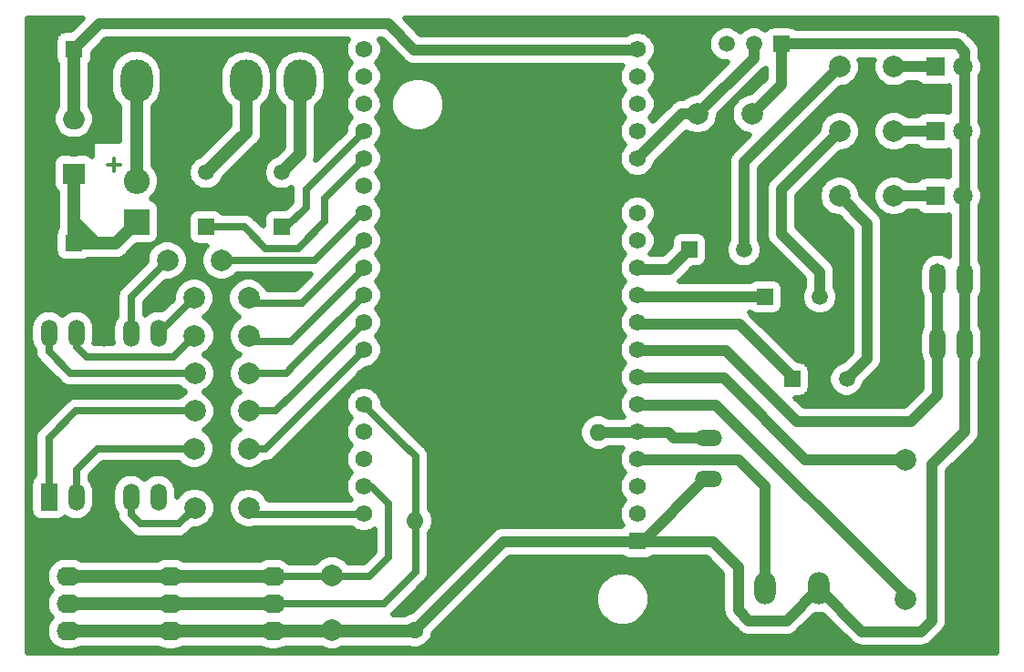
<source format=gbr>
%TF.GenerationSoftware,KiCad,Pcbnew,5.1.5+dfsg1-2build2*%
%TF.CreationDate,2021-04-17T13:08:46-03:00*%
%TF.ProjectId,miniShieldESP32,6d696e69-5368-4696-956c-644553503332,rev?*%
%TF.SameCoordinates,Original*%
%TF.FileFunction,Copper,L2,Bot*%
%TF.FilePolarity,Positive*%
%FSLAX46Y46*%
G04 Gerber Fmt 4.6, Leading zero omitted, Abs format (unit mm)*
G04 Created by KiCad (PCBNEW 5.1.5+dfsg1-2build2) date 2021-04-17 13:08:46*
%MOMM*%
%LPD*%
G04 APERTURE LIST*
%TA.AperFunction,NonConductor*%
%ADD10C,0.300000*%
%TD*%
%TA.AperFunction,ComponentPad*%
%ADD11C,1.998980*%
%TD*%
%TA.AperFunction,ComponentPad*%
%ADD12C,1.560000*%
%TD*%
%TA.AperFunction,ComponentPad*%
%ADD13R,1.560000X1.560000*%
%TD*%
%TA.AperFunction,ComponentPad*%
%ADD14O,3.000000X4.000000*%
%TD*%
%TA.AperFunction,ComponentPad*%
%ADD15O,1.500000X3.000000*%
%TD*%
%TA.AperFunction,ComponentPad*%
%ADD16O,1.600000X1.600000*%
%TD*%
%TA.AperFunction,ComponentPad*%
%ADD17C,1.600000*%
%TD*%
%TA.AperFunction,ComponentPad*%
%ADD18O,2.524000X1.524000*%
%TD*%
%TA.AperFunction,ComponentPad*%
%ADD19O,2.190000X1.740000*%
%TD*%
%TA.AperFunction,ComponentPad*%
%ADD20C,0.100000*%
%TD*%
%TA.AperFunction,ComponentPad*%
%ADD21R,1.600000X1.600000*%
%TD*%
%TA.AperFunction,ComponentPad*%
%ADD22R,1.500000X1.500000*%
%TD*%
%TA.AperFunction,ComponentPad*%
%ADD23C,1.500000*%
%TD*%
%TA.AperFunction,ComponentPad*%
%ADD24O,2.400000X2.400000*%
%TD*%
%TA.AperFunction,ComponentPad*%
%ADD25R,2.400000X2.400000*%
%TD*%
%TA.AperFunction,ComponentPad*%
%ADD26R,1.524000X2.524000*%
%TD*%
%TA.AperFunction,ComponentPad*%
%ADD27O,1.524000X2.524000*%
%TD*%
%TA.AperFunction,ComponentPad*%
%ADD28O,2.000000X1.905000*%
%TD*%
%TA.AperFunction,ComponentPad*%
%ADD29R,2.000000X1.905000*%
%TD*%
%TA.AperFunction,ComponentPad*%
%ADD30C,1.800000*%
%TD*%
%TA.AperFunction,ComponentPad*%
%ADD31R,1.800000X1.800000*%
%TD*%
%TA.AperFunction,ComponentPad*%
%ADD32C,2.000000*%
%TD*%
%TA.AperFunction,ComponentPad*%
%ADD33O,2.000000X3.000000*%
%TD*%
%TA.AperFunction,Conductor*%
%ADD34C,1.000000*%
%TD*%
%TA.AperFunction,Conductor*%
%ADD35C,1.200000*%
%TD*%
%TA.AperFunction,Conductor*%
%ADD36C,0.700000*%
%TD*%
%TA.AperFunction,Conductor*%
%ADD37C,0.500000*%
%TD*%
G04 APERTURE END LIST*
D10*
X100156428Y-60077142D02*
X99013571Y-60077142D01*
X99585000Y-60648571D02*
X99585000Y-59505714D01*
D11*
%TO.P,R15,2*%
%TO.N,/GPIO13*%
X153785000Y-55350000D03*
%TO.P,R15,1*%
%TO.N,+3V3*%
X158824360Y-55350000D03*
%TD*%
D12*
%TO.P,U1,38*%
%TO.N,Net-(U1-Pad38)*%
X122795000Y-49360000D03*
%TO.P,U1,37*%
%TO.N,Net-(U1-Pad37)*%
X122795000Y-51900000D03*
%TO.P,U1,36*%
%TO.N,Net-(U1-Pad36)*%
X122795000Y-54440000D03*
%TO.P,U1,35*%
%TO.N,/GPIO15*%
X122795000Y-56980000D03*
%TO.P,U1,34*%
%TO.N,/GPIO2*%
X122795000Y-59520000D03*
%TO.P,U1,33*%
%TO.N,Net-(U1-Pad33)*%
X122795000Y-62060000D03*
%TO.P,U1,32*%
%TO.N,/GPIO4*%
X122795000Y-64600000D03*
%TO.P,U1,31*%
%TO.N,/GPIO16*%
X122795000Y-67140000D03*
%TO.P,U1,30*%
%TO.N,/GPIO17*%
X122795000Y-69680000D03*
%TO.P,U1,29*%
%TO.N,/GPIO5*%
X122795000Y-72220000D03*
%TO.P,U1,28*%
%TO.N,/GPIO18*%
X122795000Y-74760000D03*
%TO.P,U1,27*%
%TO.N,/GPIO19*%
X122795000Y-77300000D03*
%TO.P,U1,26*%
%TO.N,Earth*%
X122795000Y-79840000D03*
%TO.P,U1,25*%
%TO.N,/SDA*%
X122795000Y-82380000D03*
%TO.P,U1,24*%
%TO.N,Net-(U1-Pad24)*%
X122795000Y-84920000D03*
%TO.P,U1,23*%
%TO.N,Net-(U1-Pad23)*%
X122795000Y-87460000D03*
%TO.P,U1,22*%
%TO.N,/SCL*%
X122795000Y-90000000D03*
%TO.P,U1,21*%
%TO.N,/GPIO23*%
X122795000Y-92540000D03*
%TO.P,U1,20*%
%TO.N,Earth*%
X122795000Y-95080000D03*
%TO.P,U1,18*%
%TO.N,Net-(U1-Pad18)*%
X148195000Y-51900000D03*
%TO.P,U1,17*%
%TO.N,Net-(U1-Pad17)*%
X148195000Y-54440000D03*
%TO.P,U1,16*%
%TO.N,Net-(U1-Pad16)*%
X148195000Y-56980000D03*
%TO.P,U1,15*%
%TO.N,/GPIO13*%
X148195000Y-59520000D03*
%TO.P,U1,14*%
%TO.N,Earth*%
X148195000Y-62060000D03*
%TO.P,U1,13*%
%TO.N,Net-(U1-Pad13)*%
X148195000Y-64600000D03*
%TO.P,U1,12*%
%TO.N,Net-(U1-Pad12)*%
X148195000Y-67140000D03*
%TO.P,U1,11*%
%TO.N,/GPIO27*%
X148195000Y-69680000D03*
%TO.P,U1,10*%
%TO.N,/GPIO26*%
X148195000Y-72220000D03*
%TO.P,U1,9*%
%TO.N,/GPIO25*%
X148195000Y-74760000D03*
%TO.P,U1,8*%
%TO.N,/ADC1_CH5*%
X148195000Y-77300000D03*
%TO.P,U1,7*%
%TO.N,/ADC1_CH4*%
X148195000Y-79840000D03*
%TO.P,U1,6*%
%TO.N,/ADC1_CH7*%
X148195000Y-82380000D03*
%TO.P,U1,5*%
%TO.N,/ADC1_CH6*%
X148195000Y-84920000D03*
%TO.P,U1,4*%
%TO.N,/ADC1_CH3*%
X148195000Y-87460000D03*
%TO.P,U1,3*%
%TO.N,Net-(U1-Pad3)*%
X148195000Y-90000000D03*
%TO.P,U1,19*%
%TO.N,+5V*%
X148195000Y-49360000D03*
%TO.P,U1,2*%
%TO.N,Net-(U1-Pad2)*%
X148195000Y-92540000D03*
D13*
%TO.P,U1,1*%
%TO.N,+3V3*%
X148195000Y-95080000D03*
%TD*%
D14*
%TO.P,J2,1*%
%TO.N,/OUT1*%
X111855000Y-52280000D03*
%TO.P,J2,2*%
%TO.N,/OUT2*%
X116855000Y-52280000D03*
%TD*%
%TO.P,J1,1*%
%TO.N,Net-(D4-Pad2)*%
X101665000Y-52275000D03*
%TO.P,J1,2*%
%TO.N,Earth*%
X106665000Y-52275000D03*
%TD*%
D15*
%TO.P,SW3,1*%
%TO.N,+3V3*%
X178585000Y-70720000D03*
%TO.P,SW3,2*%
%TO.N,/ADC1_CH5*%
X176085000Y-70720000D03*
%TO.P,SW3,3*%
%TO.N,Earth*%
X173585000Y-70720000D03*
%TO.P,SW3,4*%
X173585000Y-76720000D03*
%TO.P,SW3,5*%
%TO.N,/ADC1_CH5*%
X176085000Y-76720000D03*
%TO.P,SW3,6*%
%TO.N,+3V3*%
X178585000Y-76720000D03*
%TD*%
D11*
%TO.P,R13,2*%
%TO.N,/SCL*%
X119845000Y-98290000D03*
%TO.P,R13,1*%
%TO.N,+3V3*%
X119845000Y-103329360D03*
%TD*%
D16*
%TO.P,R14,2*%
%TO.N,/SDA*%
X127545000Y-93170000D03*
D17*
%TO.P,R14,1*%
%TO.N,+3V3*%
X127545000Y-103330000D03*
%TD*%
D16*
%TO.P,R12,2*%
%TO.N,/ADC1_CH6*%
X144545000Y-84970000D03*
D17*
%TO.P,R12,1*%
%TO.N,Earth*%
X134385000Y-84970000D03*
%TD*%
D18*
%TO.P,R11,2*%
%TO.N,+3V3*%
X154795000Y-89280000D03*
%TO.P,R11,1*%
%TO.N,/ADC1_CH6*%
X154795000Y-85470000D03*
%TD*%
D19*
%TO.P,J5,4*%
%TO.N,+3V3*%
X114365000Y-103445000D03*
%TO.P,J5,3*%
%TO.N,/SDA*%
X114365000Y-100905000D03*
%TO.P,J5,2*%
%TO.N,/SCL*%
X114365000Y-98365000D03*
%TA.AperFunction,ComponentPad*%
D20*
%TO.P,J5,1*%
%TO.N,Earth*%
G36*
X115234505Y-94956204D02*
G01*
X115258773Y-94959804D01*
X115282572Y-94965765D01*
X115305671Y-94974030D01*
X115327850Y-94984520D01*
X115348893Y-94997132D01*
X115368599Y-95011747D01*
X115386777Y-95028223D01*
X115403253Y-95046401D01*
X115417868Y-95066107D01*
X115430480Y-95087150D01*
X115440970Y-95109329D01*
X115449235Y-95132428D01*
X115455196Y-95156227D01*
X115458796Y-95180495D01*
X115460000Y-95204999D01*
X115460000Y-96445001D01*
X115458796Y-96469505D01*
X115455196Y-96493773D01*
X115449235Y-96517572D01*
X115440970Y-96540671D01*
X115430480Y-96562850D01*
X115417868Y-96583893D01*
X115403253Y-96603599D01*
X115386777Y-96621777D01*
X115368599Y-96638253D01*
X115348893Y-96652868D01*
X115327850Y-96665480D01*
X115305671Y-96675970D01*
X115282572Y-96684235D01*
X115258773Y-96690196D01*
X115234505Y-96693796D01*
X115210001Y-96695000D01*
X113519999Y-96695000D01*
X113495495Y-96693796D01*
X113471227Y-96690196D01*
X113447428Y-96684235D01*
X113424329Y-96675970D01*
X113402150Y-96665480D01*
X113381107Y-96652868D01*
X113361401Y-96638253D01*
X113343223Y-96621777D01*
X113326747Y-96603599D01*
X113312132Y-96583893D01*
X113299520Y-96562850D01*
X113289030Y-96540671D01*
X113280765Y-96517572D01*
X113274804Y-96493773D01*
X113271204Y-96469505D01*
X113270000Y-96445001D01*
X113270000Y-95204999D01*
X113271204Y-95180495D01*
X113274804Y-95156227D01*
X113280765Y-95132428D01*
X113289030Y-95109329D01*
X113299520Y-95087150D01*
X113312132Y-95066107D01*
X113326747Y-95046401D01*
X113343223Y-95028223D01*
X113361401Y-95011747D01*
X113381107Y-94997132D01*
X113402150Y-94984520D01*
X113424329Y-94974030D01*
X113447428Y-94965765D01*
X113471227Y-94959804D01*
X113495495Y-94956204D01*
X113519999Y-94955000D01*
X115210001Y-94955000D01*
X115234505Y-94956204D01*
G37*
%TD.AperFunction*%
%TD*%
D19*
%TO.P,J4,4*%
%TO.N,+3V3*%
X104865000Y-103445000D03*
%TO.P,J4,3*%
%TO.N,/SDA*%
X104865000Y-100905000D03*
%TO.P,J4,2*%
%TO.N,/SCL*%
X104865000Y-98365000D03*
%TA.AperFunction,ComponentPad*%
D20*
%TO.P,J4,1*%
%TO.N,Earth*%
G36*
X105734505Y-94956204D02*
G01*
X105758773Y-94959804D01*
X105782572Y-94965765D01*
X105805671Y-94974030D01*
X105827850Y-94984520D01*
X105848893Y-94997132D01*
X105868599Y-95011747D01*
X105886777Y-95028223D01*
X105903253Y-95046401D01*
X105917868Y-95066107D01*
X105930480Y-95087150D01*
X105940970Y-95109329D01*
X105949235Y-95132428D01*
X105955196Y-95156227D01*
X105958796Y-95180495D01*
X105960000Y-95204999D01*
X105960000Y-96445001D01*
X105958796Y-96469505D01*
X105955196Y-96493773D01*
X105949235Y-96517572D01*
X105940970Y-96540671D01*
X105930480Y-96562850D01*
X105917868Y-96583893D01*
X105903253Y-96603599D01*
X105886777Y-96621777D01*
X105868599Y-96638253D01*
X105848893Y-96652868D01*
X105827850Y-96665480D01*
X105805671Y-96675970D01*
X105782572Y-96684235D01*
X105758773Y-96690196D01*
X105734505Y-96693796D01*
X105710001Y-96695000D01*
X104019999Y-96695000D01*
X103995495Y-96693796D01*
X103971227Y-96690196D01*
X103947428Y-96684235D01*
X103924329Y-96675970D01*
X103902150Y-96665480D01*
X103881107Y-96652868D01*
X103861401Y-96638253D01*
X103843223Y-96621777D01*
X103826747Y-96603599D01*
X103812132Y-96583893D01*
X103799520Y-96562850D01*
X103789030Y-96540671D01*
X103780765Y-96517572D01*
X103774804Y-96493773D01*
X103771204Y-96469505D01*
X103770000Y-96445001D01*
X103770000Y-95204999D01*
X103771204Y-95180495D01*
X103774804Y-95156227D01*
X103780765Y-95132428D01*
X103789030Y-95109329D01*
X103799520Y-95087150D01*
X103812132Y-95066107D01*
X103826747Y-95046401D01*
X103843223Y-95028223D01*
X103861401Y-95011747D01*
X103881107Y-94997132D01*
X103902150Y-94984520D01*
X103924329Y-94974030D01*
X103947428Y-94965765D01*
X103971227Y-94959804D01*
X103995495Y-94956204D01*
X104019999Y-94955000D01*
X105710001Y-94955000D01*
X105734505Y-94956204D01*
G37*
%TD.AperFunction*%
%TD*%
D19*
%TO.P,J3,4*%
%TO.N,+3V3*%
X95365000Y-103445000D03*
%TO.P,J3,3*%
%TO.N,/SDA*%
X95365000Y-100905000D03*
%TO.P,J3,2*%
%TO.N,/SCL*%
X95365000Y-98365000D03*
%TA.AperFunction,ComponentPad*%
D20*
%TO.P,J3,1*%
%TO.N,Earth*%
G36*
X96234505Y-94956204D02*
G01*
X96258773Y-94959804D01*
X96282572Y-94965765D01*
X96305671Y-94974030D01*
X96327850Y-94984520D01*
X96348893Y-94997132D01*
X96368599Y-95011747D01*
X96386777Y-95028223D01*
X96403253Y-95046401D01*
X96417868Y-95066107D01*
X96430480Y-95087150D01*
X96440970Y-95109329D01*
X96449235Y-95132428D01*
X96455196Y-95156227D01*
X96458796Y-95180495D01*
X96460000Y-95204999D01*
X96460000Y-96445001D01*
X96458796Y-96469505D01*
X96455196Y-96493773D01*
X96449235Y-96517572D01*
X96440970Y-96540671D01*
X96430480Y-96562850D01*
X96417868Y-96583893D01*
X96403253Y-96603599D01*
X96386777Y-96621777D01*
X96368599Y-96638253D01*
X96348893Y-96652868D01*
X96327850Y-96665480D01*
X96305671Y-96675970D01*
X96282572Y-96684235D01*
X96258773Y-96690196D01*
X96234505Y-96693796D01*
X96210001Y-96695000D01*
X94519999Y-96695000D01*
X94495495Y-96693796D01*
X94471227Y-96690196D01*
X94447428Y-96684235D01*
X94424329Y-96675970D01*
X94402150Y-96665480D01*
X94381107Y-96652868D01*
X94361401Y-96638253D01*
X94343223Y-96621777D01*
X94326747Y-96603599D01*
X94312132Y-96583893D01*
X94299520Y-96562850D01*
X94289030Y-96540671D01*
X94280765Y-96517572D01*
X94274804Y-96493773D01*
X94271204Y-96469505D01*
X94270000Y-96445001D01*
X94270000Y-95204999D01*
X94271204Y-95180495D01*
X94274804Y-95156227D01*
X94280765Y-95132428D01*
X94289030Y-95109329D01*
X94299520Y-95087150D01*
X94312132Y-95066107D01*
X94326747Y-95046401D01*
X94343223Y-95028223D01*
X94361401Y-95011747D01*
X94381107Y-94997132D01*
X94402150Y-94984520D01*
X94424329Y-94974030D01*
X94447428Y-94965765D01*
X94471227Y-94959804D01*
X94495495Y-94956204D01*
X94519999Y-94955000D01*
X96210001Y-94955000D01*
X96234505Y-94956204D01*
G37*
%TD.AperFunction*%
%TD*%
D17*
%TO.P,C1,2*%
%TO.N,Earth*%
X93365000Y-67325000D03*
D21*
%TO.P,C1,1*%
%TO.N,Net-(C1-Pad1)*%
X95865000Y-67325000D03*
%TD*%
D22*
%TO.P,Q5,1*%
%TO.N,/GPIO2*%
X108165000Y-65865000D03*
D23*
%TO.P,Q5,3*%
%TO.N,/OUT1*%
X108165000Y-60785000D03*
%TO.P,Q5,2*%
%TO.N,Earth*%
X108165000Y-63325000D03*
%TD*%
D22*
%TO.P,Q4,1*%
%TO.N,/GPIO15*%
X115165000Y-65865000D03*
D23*
%TO.P,Q4,3*%
%TO.N,/OUT2*%
X115165000Y-60785000D03*
%TO.P,Q4,2*%
%TO.N,Earth*%
X115165000Y-63325000D03*
%TD*%
D24*
%TO.P,D4,2*%
%TO.N,Net-(D4-Pad2)*%
X101665000Y-61575000D03*
D25*
%TO.P,D4,1*%
%TO.N,Net-(C1-Pad1)*%
X101665000Y-65385000D03*
%TD*%
D11*
%TO.P,R10,2*%
%TO.N,/GPIO5*%
X112123080Y-79470000D03*
%TO.P,R10,1*%
%TO.N,Net-(AFF1-Pad10)*%
X107083720Y-79470000D03*
%TD*%
%TO.P,R9,2*%
%TO.N,/GPIO17*%
X112120520Y-75970000D03*
%TO.P,R9,1*%
%TO.N,Net-(AFF1-Pad9)*%
X107081160Y-75970000D03*
%TD*%
%TO.P,R8,2*%
%TO.N,/GPIO18*%
X112123720Y-82970000D03*
%TO.P,R8,1*%
%TO.N,Net-(AFF1-Pad1)*%
X107084360Y-82970000D03*
%TD*%
%TO.P,R7,2*%
%TO.N,/GPIO19*%
X112084360Y-86470000D03*
%TO.P,R7,1*%
%TO.N,Net-(AFF1-Pad2)*%
X107045000Y-86470000D03*
%TD*%
%TO.P,R6,2*%
%TO.N,/GPIO23*%
X112123080Y-91970000D03*
%TO.P,R6,1*%
%TO.N,Net-(AFF1-Pad4)*%
X107083720Y-91970000D03*
%TD*%
%TO.P,R5,2*%
%TO.N,/GPIO16*%
X112077960Y-72470000D03*
%TO.P,R5,1*%
%TO.N,Net-(AFF1-Pad6)*%
X107038600Y-72470000D03*
%TD*%
%TO.P,R4,2*%
%TO.N,/GPIO4*%
X109584360Y-68970000D03*
%TO.P,R4,1*%
%TO.N,Net-(AFF1-Pad7)*%
X104545000Y-68970000D03*
%TD*%
D26*
%TO.P,AFF1,1*%
%TO.N,Net-(AFF1-Pad1)*%
X93545000Y-90970000D03*
D27*
%TO.P,AFF1,2*%
%TO.N,Net-(AFF1-Pad2)*%
X96085000Y-90970000D03*
%TO.P,AFF1,3*%
%TO.N,Earth*%
X98625000Y-90970000D03*
%TO.P,AFF1,4*%
%TO.N,Net-(AFF1-Pad4)*%
X101165000Y-90970000D03*
%TO.P,AFF1,5*%
%TO.N,Net-(AFF1-Pad5)*%
X103705000Y-90970000D03*
%TO.P,AFF1,6*%
%TO.N,Net-(AFF1-Pad6)*%
X103705000Y-75730000D03*
%TO.P,AFF1,7*%
%TO.N,Net-(AFF1-Pad7)*%
X101165000Y-75730000D03*
%TO.P,AFF1,8*%
%TO.N,Earth*%
X98625000Y-75730000D03*
%TO.P,AFF1,9*%
%TO.N,Net-(AFF1-Pad9)*%
X96085000Y-75730000D03*
%TO.P,AFF1,10*%
%TO.N,Net-(AFF1-Pad10)*%
X93545000Y-75730000D03*
%TD*%
D28*
%TO.P,U3,3*%
%TO.N,+5V*%
X95865000Y-55825000D03*
%TO.P,U3,2*%
%TO.N,Earth*%
X95865000Y-58365000D03*
D29*
%TO.P,U3,1*%
%TO.N,Net-(C1-Pad1)*%
X95865000Y-60905000D03*
%TD*%
D17*
%TO.P,C2,2*%
%TO.N,Earth*%
X93365000Y-49325000D03*
D21*
%TO.P,C2,1*%
%TO.N,+5V*%
X95865000Y-49325000D03*
%TD*%
D11*
%TO.P,R2,2*%
%TO.N,Net-(Q2-Pad3)*%
X166965000Y-56970000D03*
%TO.P,R2,1*%
%TO.N,Net-(D2-Pad1)*%
X172004360Y-56970000D03*
%TD*%
%TO.P,R1,2*%
%TO.N,Net-(Q1-Pad3)*%
X166965000Y-62970000D03*
%TO.P,R1,1*%
%TO.N,Net-(D1-Pad1)*%
X172004360Y-62970000D03*
%TD*%
D30*
%TO.P,D3,2*%
%TO.N,+3V3*%
X178405000Y-50970000D03*
D31*
%TO.P,D3,1*%
%TO.N,Net-(D3-Pad1)*%
X175865000Y-50970000D03*
%TD*%
D30*
%TO.P,D2,2*%
%TO.N,+3V3*%
X178405000Y-56970000D03*
D31*
%TO.P,D2,1*%
%TO.N,Net-(D2-Pad1)*%
X175865000Y-56970000D03*
%TD*%
D30*
%TO.P,D1,2*%
%TO.N,+3V3*%
X178405000Y-62970000D03*
D31*
%TO.P,D1,1*%
%TO.N,Net-(D1-Pad1)*%
X175865000Y-62970000D03*
%TD*%
D22*
%TO.P,Q2,1*%
%TO.N,/GPIO26*%
X160045000Y-72365000D03*
D23*
%TO.P,Q2,3*%
%TO.N,Net-(Q2-Pad3)*%
X165125000Y-72365000D03*
%TO.P,Q2,2*%
%TO.N,Earth*%
X162585000Y-72365000D03*
%TD*%
D11*
%TO.P,R3,2*%
%TO.N,Net-(Q3-Pad3)*%
X166968200Y-50970000D03*
%TO.P,R3,1*%
%TO.N,Net-(D3-Pad1)*%
X172007560Y-50970000D03*
%TD*%
D23*
%TO.P,U2,4*%
%TO.N,Earth*%
X153925000Y-48850000D03*
%TO.P,U2,3*%
%TO.N,Net-(U2-Pad3)*%
X156465000Y-48850000D03*
%TO.P,U2,2*%
%TO.N,/GPIO13*%
X159005000Y-48850000D03*
D22*
%TO.P,U2,1*%
%TO.N,+3V3*%
X161545000Y-48850000D03*
%TD*%
D32*
%TO.P,SW2,1*%
%TO.N,Earth*%
X179545000Y-87470000D03*
%TO.P,SW2,2*%
%TO.N,/ADC1_CH4*%
X173045000Y-87470000D03*
%TD*%
%TO.P,SW1,1*%
%TO.N,Earth*%
X179545000Y-100470000D03*
%TO.P,SW1,2*%
%TO.N,/ADC1_CH7*%
X173045000Y-100470000D03*
%TD*%
D33*
%TO.P,RV1,2*%
%TO.N,/ADC1_CH3*%
X160043740Y-99470000D03*
%TO.P,RV1,3*%
%TO.N,Earth*%
X155042480Y-99470000D03*
%TO.P,RV1,1*%
%TO.N,+3V3*%
X165045000Y-99470000D03*
%TD*%
D22*
%TO.P,Q3,1*%
%TO.N,/GPIO27*%
X153005000Y-67970000D03*
D23*
%TO.P,Q3,3*%
%TO.N,Net-(Q3-Pad3)*%
X158085000Y-67970000D03*
%TO.P,Q3,2*%
%TO.N,Earth*%
X155545000Y-67970000D03*
%TD*%
D22*
%TO.P,Q1,1*%
%TO.N,/GPIO25*%
X162545000Y-80010000D03*
D23*
%TO.P,Q1,3*%
%TO.N,Net-(Q1-Pad3)*%
X167625000Y-80010000D03*
%TO.P,Q1,2*%
%TO.N,Earth*%
X165085000Y-80010000D03*
%TD*%
D34*
%TO.N,Net-(D1-Pad1)*%
X172004360Y-62970000D02*
X176045000Y-62970000D01*
%TO.N,+3V3*%
X178585000Y-50970000D02*
X178585000Y-49570000D01*
X178585000Y-49570000D02*
X177865000Y-48850000D01*
X161545000Y-48850000D02*
X177865000Y-48850000D01*
D35*
X95365000Y-103445000D02*
X114365000Y-103445000D01*
D34*
X119729360Y-103445000D02*
X119845000Y-103329360D01*
X114365000Y-103445000D02*
X119729360Y-103445000D01*
X127544360Y-103329360D02*
X127545000Y-103330000D01*
X119845000Y-103329360D02*
X127544360Y-103329360D01*
D35*
X127430000Y-103445000D02*
X127545000Y-103330000D01*
X95365000Y-103445000D02*
X127430000Y-103445000D01*
D34*
X127545000Y-103330000D02*
X133045000Y-97830000D01*
X135765000Y-95110000D02*
X133045000Y-97830000D01*
X148195000Y-95110000D02*
X135765000Y-95110000D01*
X148195000Y-95110000D02*
X151215000Y-95110000D01*
D36*
X148195000Y-95110000D02*
X151185000Y-95110000D01*
D34*
X148195000Y-95110000D02*
X153185000Y-95110000D01*
X148195000Y-95110000D02*
X155185000Y-95110000D01*
X155185000Y-95110000D02*
X157545000Y-97470000D01*
X157545000Y-97470000D02*
X157545000Y-101470000D01*
X157545000Y-101470000D02*
X158545000Y-102470000D01*
X162045000Y-102470000D02*
X165045000Y-99470000D01*
X158545000Y-102470000D02*
X162045000Y-102470000D01*
X148195000Y-95110000D02*
X148655000Y-95110000D01*
X154485000Y-89280000D02*
X154795000Y-89280000D01*
X148655000Y-95110000D02*
X154485000Y-89280000D01*
X178585000Y-62970000D02*
X178585000Y-50970000D01*
X169045000Y-103470000D02*
X165045000Y-99470000D01*
X175545000Y-102470000D02*
X174545000Y-103470000D01*
X174545000Y-103470000D02*
X169045000Y-103470000D01*
X178295000Y-63260000D02*
X178585000Y-62970000D01*
X178585000Y-76720000D02*
X178585000Y-62970000D01*
X178585000Y-84890000D02*
X175545000Y-87930000D01*
X178585000Y-76720000D02*
X178585000Y-84890000D01*
X175545000Y-87930000D02*
X175545000Y-102470000D01*
X161545000Y-52629360D02*
X158824360Y-55350000D01*
X161545000Y-48850000D02*
X161545000Y-52629360D01*
%TO.N,Net-(D2-Pad1)*%
X172004360Y-56970000D02*
X176045000Y-56970000D01*
%TO.N,Net-(D3-Pad1)*%
X176045000Y-50970000D02*
X172007560Y-50970000D01*
%TO.N,Earth*%
X162540000Y-72370000D02*
X162545000Y-72365000D01*
D35*
X108165000Y-63325000D02*
X115165000Y-63325000D01*
D34*
X173585000Y-76720000D02*
X173585000Y-70720000D01*
%TO.N,/GPIO25*%
X148195000Y-74910000D02*
X156445000Y-74910000D01*
X162545000Y-79810000D02*
X157645000Y-74910000D01*
X162545000Y-80010000D02*
X162545000Y-79810000D01*
X157645000Y-74910000D02*
X156445000Y-74910000D01*
%TO.N,Net-(Q1-Pad3)*%
X169545000Y-78090000D02*
X167625000Y-80010000D01*
X169545000Y-69970000D02*
X169545000Y-65550000D01*
X169545000Y-69970000D02*
X169545000Y-78090000D01*
X169545000Y-65550000D02*
X166965000Y-62970000D01*
X169545000Y-66470000D02*
X169545000Y-69970000D01*
%TO.N,/GPIO26*%
X160040000Y-72370000D02*
X160045000Y-72365000D01*
X148195000Y-72370000D02*
X160040000Y-72370000D01*
%TO.N,Net-(Q2-Pad3)*%
X166965000Y-56970000D02*
X161545000Y-62390000D01*
X161545000Y-62390000D02*
X161545000Y-66470000D01*
X161545000Y-66470000D02*
X165125000Y-70050000D01*
X165125000Y-70050000D02*
X165125000Y-72365000D01*
%TO.N,/GPIO27*%
X151145000Y-69830000D02*
X153005000Y-67970000D01*
X148195000Y-69830000D02*
X151145000Y-69830000D01*
%TO.N,Net-(Q3-Pad3)*%
X158085000Y-67970000D02*
X158085000Y-59853200D01*
X158085000Y-59853200D02*
X166968200Y-50970000D01*
%TO.N,/ADC1_CH5*%
X176085000Y-76720000D02*
X176085000Y-70720000D01*
X156405000Y-77330000D02*
X148195000Y-77330000D01*
X163045000Y-83970000D02*
X156405000Y-77330000D01*
X173585000Y-83970000D02*
X163045000Y-83970000D01*
X176085000Y-81470000D02*
X173585000Y-83970000D01*
X176085000Y-76720000D02*
X176085000Y-81470000D01*
%TO.N,/ADC1_CH6*%
X148175000Y-84970000D02*
X148195000Y-84950000D01*
X144545000Y-84970000D02*
X148175000Y-84970000D01*
X151545000Y-85470000D02*
X151025000Y-84950000D01*
X154795000Y-85470000D02*
X151545000Y-85470000D01*
X148195000Y-84950000D02*
X151025000Y-84950000D01*
%TO.N,/ADC1_CH7*%
X148195000Y-82410000D02*
X155485000Y-82410000D01*
X155485000Y-82410000D02*
X160920000Y-87845000D01*
X173045000Y-99970000D02*
X173045000Y-100470000D01*
X155485000Y-82410000D02*
X173045000Y-99970000D01*
%TO.N,/ADC1_CH4*%
X148195000Y-79870000D02*
X156195000Y-79870000D01*
X163795000Y-87470000D02*
X156195000Y-79870000D01*
X173045000Y-87470000D02*
X163795000Y-87470000D01*
D35*
%TO.N,+5V*%
X95865000Y-50850000D02*
X95865000Y-49150000D01*
X95865000Y-54745000D02*
X95865000Y-49325000D01*
X95865000Y-55825000D02*
X95865000Y-49325000D01*
D34*
X98220000Y-46970000D02*
X95865000Y-49325000D01*
X125045000Y-46970000D02*
X98220000Y-46970000D01*
X127465000Y-49390000D02*
X125045000Y-46970000D01*
X148195000Y-49390000D02*
X127465000Y-49390000D01*
D35*
%TO.N,Net-(C1-Pad1)*%
X101725000Y-65325000D02*
X101665000Y-65385000D01*
X101665000Y-65385000D02*
X101425000Y-65385000D01*
X99725000Y-67325000D02*
X101665000Y-65385000D01*
X97865000Y-67325000D02*
X95865000Y-65325000D01*
X98365000Y-67325000D02*
X97865000Y-67325000D01*
X95865000Y-65325000D02*
X95865000Y-60905000D01*
X95865000Y-67325000D02*
X95865000Y-65325000D01*
X95865000Y-67325000D02*
X98365000Y-67325000D01*
X98365000Y-67325000D02*
X99725000Y-67325000D01*
%TO.N,Net-(D4-Pad2)*%
X101665000Y-61575000D02*
X101665000Y-52325000D01*
%TO.N,/OUT1*%
X111865000Y-57085000D02*
X108165000Y-60785000D01*
X111865000Y-52350000D02*
X111865000Y-57085000D01*
%TO.N,/OUT2*%
X116865000Y-59085000D02*
X115165000Y-60785000D01*
X116865000Y-52350000D02*
X116865000Y-59085000D01*
D36*
%TO.N,Net-(AFF1-Pad1)*%
X93545000Y-90970000D02*
X93545000Y-85470000D01*
X96045000Y-82970000D02*
X107084360Y-82970000D01*
X93545000Y-85470000D02*
X96045000Y-82970000D01*
%TO.N,Net-(AFF1-Pad2)*%
X107045000Y-86470000D02*
X98045000Y-86470000D01*
X96085000Y-88430000D02*
X96085000Y-90970000D01*
X98045000Y-86470000D02*
X96085000Y-88430000D01*
%TO.N,Net-(AFF1-Pad4)*%
X101165000Y-92590000D02*
X101165000Y-90970000D01*
X102045000Y-93470000D02*
X101165000Y-92590000D01*
X105583720Y-93470000D02*
X102045000Y-93470000D01*
X107083720Y-91970000D02*
X105583720Y-93470000D01*
%TO.N,Net-(AFF1-Pad6)*%
X103778600Y-75730000D02*
X107038600Y-72470000D01*
X103705000Y-75730000D02*
X103778600Y-75730000D01*
%TO.N,Net-(AFF1-Pad7)*%
X101165000Y-72350000D02*
X104545000Y-68970000D01*
X101165000Y-75730000D02*
X101165000Y-72350000D01*
%TO.N,Net-(AFF1-Pad9)*%
X96085000Y-77010000D02*
X96085000Y-75730000D01*
X97045000Y-77970000D02*
X96085000Y-77010000D01*
X105081160Y-77970000D02*
X97045000Y-77970000D01*
X107081160Y-75970000D02*
X105081160Y-77970000D01*
%TO.N,Net-(AFF1-Pad10)*%
X107083720Y-79470000D02*
X95545000Y-79470000D01*
X93545000Y-77470000D02*
X93545000Y-75730000D01*
X95545000Y-79470000D02*
X93545000Y-77470000D01*
%TO.N,/GPIO23*%
X112723080Y-92570000D02*
X112123080Y-91970000D01*
X122795000Y-92570000D02*
X112723080Y-92570000D01*
%TO.N,/GPIO19*%
X113655000Y-86470000D02*
X115350000Y-84775000D01*
X112084360Y-86470000D02*
X113655000Y-86470000D01*
X122795000Y-77330000D02*
X115350000Y-84775000D01*
%TO.N,/GPIO4*%
X122560000Y-64630000D02*
X122795000Y-64630000D01*
X109584360Y-68970000D02*
X118220000Y-68970000D01*
X118632500Y-68557500D02*
X122560000Y-64630000D01*
X118220000Y-68970000D02*
X118632500Y-68557500D01*
%TO.N,/GPIO16*%
X116995000Y-72970000D02*
X119020000Y-70945000D01*
X112081800Y-72970000D02*
X116995000Y-72970000D01*
X122795000Y-67170000D02*
X119020000Y-70945000D01*
%TO.N,/GPIO17*%
X112123080Y-76470000D02*
X116035000Y-76470000D01*
X116035000Y-76470000D02*
X118540000Y-73965000D01*
X122795000Y-69710000D02*
X118540000Y-73965000D01*
%TO.N,/GPIO5*%
X115575000Y-79470000D02*
X116310000Y-78735000D01*
X112123080Y-79470000D02*
X115575000Y-79470000D01*
X122795000Y-72250000D02*
X116310000Y-78735000D01*
%TO.N,/GPIO18*%
X114615000Y-82970000D02*
X116330000Y-81255000D01*
X112123720Y-82970000D02*
X114615000Y-82970000D01*
X122795000Y-74790000D02*
X116330000Y-81255000D01*
D35*
%TO.N,/SDA*%
X95365000Y-100905000D02*
X114365000Y-100905000D01*
D36*
X126365000Y-85980000D02*
X122795000Y-82410000D01*
X114365000Y-100905000D02*
X124610000Y-100905000D01*
X127585000Y-97930000D02*
X127585000Y-93970000D01*
X124610000Y-100905000D02*
X127585000Y-97930000D01*
X127585000Y-87200000D02*
X126365000Y-85980000D01*
X127585000Y-93970000D02*
X127585000Y-87200000D01*
D35*
%TO.N,/SCL*%
X95365000Y-98365000D02*
X114365000Y-98365000D01*
D36*
X114365000Y-98365000D02*
X123325000Y-98365000D01*
X123325000Y-98365000D02*
X125115000Y-96575000D01*
X125115000Y-96575000D02*
X125115000Y-91575000D01*
X123570000Y-90030000D02*
X122795000Y-90030000D01*
X125115000Y-91575000D02*
X123570000Y-90030000D01*
%TO.N,/GPIO15*%
X115165000Y-65865000D02*
X115625000Y-65865000D01*
X115625000Y-65865000D02*
X117415000Y-64075000D01*
X117415000Y-62390000D02*
X117415000Y-64075000D01*
X122795000Y-57010000D02*
X117415000Y-62390000D01*
%TO.N,/GPIO2*%
X116665000Y-67825000D02*
X113665000Y-67825000D01*
X119165000Y-65325000D02*
X116665000Y-67825000D01*
X119165000Y-63180000D02*
X119165000Y-65325000D01*
X111705000Y-65865000D02*
X108165000Y-65865000D01*
X113665000Y-67825000D02*
X111705000Y-65865000D01*
X122795000Y-59550000D02*
X119165000Y-63180000D01*
D34*
%TO.N,/ADC1_CH3*%
X148175000Y-87470000D02*
X148195000Y-87490000D01*
X148195000Y-87490000D02*
X157565000Y-87490000D01*
X160043740Y-89968740D02*
X157565000Y-87490000D01*
X160043740Y-99470000D02*
X160043740Y-89968740D01*
%TO.N,/GPIO13*%
X159005000Y-50130000D02*
X153785000Y-55350000D01*
X159005000Y-48850000D02*
X159005000Y-50130000D01*
X152365000Y-55350000D02*
X148195000Y-59520000D01*
X153785000Y-55350000D02*
X152365000Y-55350000D01*
%TD*%
D37*
%TO.N,Earth*%
G36*
X95568987Y-47570404D02*
G01*
X95065000Y-47570404D01*
X94878768Y-47588746D01*
X94699692Y-47643068D01*
X94534655Y-47731282D01*
X94389999Y-47849999D01*
X94271282Y-47994655D01*
X94183068Y-48159692D01*
X94128746Y-48338768D01*
X94110404Y-48525000D01*
X94110404Y-50125000D01*
X94128746Y-50311232D01*
X94183068Y-50490308D01*
X94271282Y-50655345D01*
X94315000Y-50708615D01*
X94315000Y-50926137D01*
X94315001Y-50926144D01*
X94315001Y-52545001D01*
X94315000Y-54656873D01*
X94227975Y-54762914D01*
X94051315Y-55093422D01*
X93942528Y-55452045D01*
X93905795Y-55825000D01*
X93942528Y-56197955D01*
X94051315Y-56556578D01*
X94227975Y-56887086D01*
X94465720Y-57176780D01*
X94755414Y-57414525D01*
X95085922Y-57591185D01*
X95444545Y-57699972D01*
X95724040Y-57727500D01*
X96005960Y-57727500D01*
X96285455Y-57699972D01*
X96644078Y-57591185D01*
X96974586Y-57414525D01*
X97264280Y-57176780D01*
X97502025Y-56887086D01*
X97678685Y-56556578D01*
X97787472Y-56197955D01*
X97824205Y-55825000D01*
X97787472Y-55452045D01*
X97678685Y-55093422D01*
X97502025Y-54762914D01*
X97415000Y-54656873D01*
X97415000Y-50708615D01*
X97458718Y-50655345D01*
X97546932Y-50490308D01*
X97601254Y-50311232D01*
X97619596Y-50125000D01*
X97619596Y-49621013D01*
X98820610Y-48420000D01*
X121342435Y-48420000D01*
X121261894Y-48540538D01*
X121131483Y-48855378D01*
X121065000Y-49189610D01*
X121065000Y-49530390D01*
X121131483Y-49864622D01*
X121261894Y-50179462D01*
X121451221Y-50462811D01*
X121618410Y-50630000D01*
X121451221Y-50797189D01*
X121261894Y-51080538D01*
X121131483Y-51395378D01*
X121065000Y-51729610D01*
X121065000Y-52070390D01*
X121131483Y-52404622D01*
X121261894Y-52719462D01*
X121451221Y-53002811D01*
X121618410Y-53170000D01*
X121451221Y-53337189D01*
X121261894Y-53620538D01*
X121131483Y-53935378D01*
X121065000Y-54269610D01*
X121065000Y-54610390D01*
X121131483Y-54944622D01*
X121261894Y-55259462D01*
X121451221Y-55542811D01*
X121618410Y-55710000D01*
X121451221Y-55877189D01*
X121261894Y-56160538D01*
X121131483Y-56475378D01*
X121065000Y-56809610D01*
X121065000Y-56901522D01*
X118311974Y-59654549D01*
X118392572Y-59388853D01*
X118415000Y-59161138D01*
X118415000Y-59161129D01*
X118422498Y-59085001D01*
X118415000Y-59008873D01*
X118415000Y-54669168D01*
X118595794Y-54520794D01*
X118901957Y-54147733D01*
X119129457Y-53722110D01*
X119269550Y-53260283D01*
X119305000Y-52900354D01*
X119305000Y-51659645D01*
X119269550Y-51299716D01*
X119129457Y-50837889D01*
X118901957Y-50412267D01*
X118595794Y-50039206D01*
X118222732Y-49733043D01*
X117797110Y-49505543D01*
X117335283Y-49365450D01*
X116855000Y-49318146D01*
X116374716Y-49365450D01*
X115912889Y-49505543D01*
X115487267Y-49733043D01*
X115114206Y-50039206D01*
X114808043Y-50412268D01*
X114580543Y-50837890D01*
X114440450Y-51299717D01*
X114405000Y-51659646D01*
X114405000Y-52900355D01*
X114440450Y-53260284D01*
X114580543Y-53722111D01*
X114808044Y-54147733D01*
X115114207Y-54520794D01*
X115315000Y-54685581D01*
X115315001Y-58442968D01*
X114564161Y-59193809D01*
X114359748Y-59278479D01*
X114081313Y-59464523D01*
X113844523Y-59701313D01*
X113658479Y-59979748D01*
X113530330Y-60289128D01*
X113465000Y-60617565D01*
X113465000Y-60952435D01*
X113530330Y-61280872D01*
X113658479Y-61590252D01*
X113844523Y-61868687D01*
X114081313Y-62105477D01*
X114359748Y-62291521D01*
X114669128Y-62419670D01*
X114997565Y-62485000D01*
X115332435Y-62485000D01*
X115660872Y-62419670D01*
X115970252Y-62291521D01*
X116128846Y-62185552D01*
X116116336Y-62312571D01*
X116108710Y-62390000D01*
X116115000Y-62453861D01*
X116115000Y-63536522D01*
X115491119Y-64160404D01*
X114415000Y-64160404D01*
X114228768Y-64178746D01*
X114049692Y-64233068D01*
X113884655Y-64321282D01*
X113739999Y-64439999D01*
X113621282Y-64584655D01*
X113533068Y-64749692D01*
X113478746Y-64928768D01*
X113460404Y-65115000D01*
X113460404Y-65781927D01*
X112669403Y-64990926D01*
X112628687Y-64941313D01*
X112430736Y-64778860D01*
X112204896Y-64658145D01*
X111959845Y-64583810D01*
X111768864Y-64565000D01*
X111768861Y-64565000D01*
X111705000Y-64558710D01*
X111641139Y-64565000D01*
X109692587Y-64565000D01*
X109590001Y-64439999D01*
X109445345Y-64321282D01*
X109280308Y-64233068D01*
X109101232Y-64178746D01*
X108915000Y-64160404D01*
X107415000Y-64160404D01*
X107228768Y-64178746D01*
X107049692Y-64233068D01*
X106884655Y-64321282D01*
X106739999Y-64439999D01*
X106621282Y-64584655D01*
X106533068Y-64749692D01*
X106478746Y-64928768D01*
X106460404Y-65115000D01*
X106460404Y-66615000D01*
X106478746Y-66801232D01*
X106533068Y-66980308D01*
X106621282Y-67145345D01*
X106739999Y-67290001D01*
X106884655Y-67408718D01*
X107049692Y-67496932D01*
X107228768Y-67551254D01*
X107415000Y-67569596D01*
X108227768Y-67569596D01*
X108070092Y-67727272D01*
X107856744Y-68046570D01*
X107709788Y-68401355D01*
X107634870Y-68777992D01*
X107634870Y-69162008D01*
X107709788Y-69538645D01*
X107856744Y-69893430D01*
X108070092Y-70212728D01*
X108341632Y-70484268D01*
X108660930Y-70697616D01*
X109015715Y-70844572D01*
X109392352Y-70919490D01*
X109776368Y-70919490D01*
X110153005Y-70844572D01*
X110507790Y-70697616D01*
X110827088Y-70484268D01*
X111041356Y-70270000D01*
X117856522Y-70270000D01*
X116456523Y-71670000D01*
X113856702Y-71670000D01*
X113805576Y-71546570D01*
X113592228Y-71227272D01*
X113320688Y-70955732D01*
X113001390Y-70742384D01*
X112646605Y-70595428D01*
X112269968Y-70520510D01*
X111885952Y-70520510D01*
X111509315Y-70595428D01*
X111154530Y-70742384D01*
X110835232Y-70955732D01*
X110563692Y-71227272D01*
X110350344Y-71546570D01*
X110203388Y-71901355D01*
X110128470Y-72277992D01*
X110128470Y-72662008D01*
X110203388Y-73038645D01*
X110350344Y-73393430D01*
X110563692Y-73712728D01*
X110835232Y-73984268D01*
X111154530Y-74197616D01*
X111229850Y-74228814D01*
X111197090Y-74242384D01*
X110877792Y-74455732D01*
X110606252Y-74727272D01*
X110392904Y-75046570D01*
X110245948Y-75401355D01*
X110171030Y-75777992D01*
X110171030Y-76162008D01*
X110245948Y-76538645D01*
X110392904Y-76893430D01*
X110606252Y-77212728D01*
X110877792Y-77484268D01*
X111197090Y-77697616D01*
X111252410Y-77720530D01*
X111199650Y-77742384D01*
X110880352Y-77955732D01*
X110608812Y-78227272D01*
X110395464Y-78546570D01*
X110248508Y-78901355D01*
X110173590Y-79277992D01*
X110173590Y-79662008D01*
X110248508Y-80038645D01*
X110395464Y-80393430D01*
X110608812Y-80712728D01*
X110880352Y-80984268D01*
X111199650Y-81197616D01*
X111254010Y-81220133D01*
X111200290Y-81242384D01*
X110880992Y-81455732D01*
X110609452Y-81727272D01*
X110396104Y-82046570D01*
X110249148Y-82401355D01*
X110174230Y-82777992D01*
X110174230Y-83162008D01*
X110249148Y-83538645D01*
X110396104Y-83893430D01*
X110609452Y-84212728D01*
X110880992Y-84484268D01*
X111200290Y-84697616D01*
X111234650Y-84711848D01*
X111160930Y-84742384D01*
X110841632Y-84955732D01*
X110570092Y-85227272D01*
X110356744Y-85546570D01*
X110209788Y-85901355D01*
X110134870Y-86277992D01*
X110134870Y-86662008D01*
X110209788Y-87038645D01*
X110356744Y-87393430D01*
X110570092Y-87712728D01*
X110841632Y-87984268D01*
X111160930Y-88197616D01*
X111515715Y-88344572D01*
X111892352Y-88419490D01*
X112276368Y-88419490D01*
X112653005Y-88344572D01*
X113007790Y-88197616D01*
X113327088Y-87984268D01*
X113541356Y-87770000D01*
X113591139Y-87770000D01*
X113655000Y-87776290D01*
X113718861Y-87770000D01*
X113718864Y-87770000D01*
X113909845Y-87751190D01*
X114154896Y-87676855D01*
X114380736Y-87556140D01*
X114578687Y-87393687D01*
X114619403Y-87344074D01*
X116314397Y-85649081D01*
X116314402Y-85649075D01*
X122933478Y-79030000D01*
X122965390Y-79030000D01*
X123299622Y-78963517D01*
X123614462Y-78833106D01*
X123897811Y-78643779D01*
X124138779Y-78402811D01*
X124328106Y-78119462D01*
X124458517Y-77804622D01*
X124525000Y-77470390D01*
X124525000Y-77129610D01*
X124458517Y-76795378D01*
X124328106Y-76480538D01*
X124138779Y-76197189D01*
X123971590Y-76030000D01*
X124138779Y-75862811D01*
X124328106Y-75579462D01*
X124458517Y-75264622D01*
X124525000Y-74930390D01*
X124525000Y-74589610D01*
X124458517Y-74255378D01*
X124328106Y-73940538D01*
X124138779Y-73657189D01*
X123971590Y-73490000D01*
X124138779Y-73322811D01*
X124328106Y-73039462D01*
X124458517Y-72724622D01*
X124525000Y-72390390D01*
X124525000Y-72049610D01*
X124458517Y-71715378D01*
X124328106Y-71400538D01*
X124138779Y-71117189D01*
X123971590Y-70950000D01*
X124138779Y-70782811D01*
X124328106Y-70499462D01*
X124458517Y-70184622D01*
X124525000Y-69850390D01*
X124525000Y-69509610D01*
X124458517Y-69175378D01*
X124328106Y-68860538D01*
X124138779Y-68577189D01*
X123971590Y-68410000D01*
X124138779Y-68242811D01*
X124328106Y-67959462D01*
X124458517Y-67644622D01*
X124525000Y-67310390D01*
X124525000Y-66969610D01*
X124458517Y-66635378D01*
X124328106Y-66320538D01*
X124138779Y-66037189D01*
X123971590Y-65870000D01*
X124138779Y-65702811D01*
X124328106Y-65419462D01*
X124458517Y-65104622D01*
X124525000Y-64770390D01*
X124525000Y-64429610D01*
X124458517Y-64095378D01*
X124328106Y-63780538D01*
X124138779Y-63497189D01*
X123971590Y-63330000D01*
X124138779Y-63162811D01*
X124328106Y-62879462D01*
X124458517Y-62564622D01*
X124525000Y-62230390D01*
X124525000Y-61889610D01*
X124458517Y-61555378D01*
X124328106Y-61240538D01*
X124138779Y-60957189D01*
X123971590Y-60790000D01*
X124138779Y-60622811D01*
X124328106Y-60339462D01*
X124458517Y-60024622D01*
X124525000Y-59690390D01*
X124525000Y-59349610D01*
X124458517Y-59015378D01*
X124328106Y-58700538D01*
X124138779Y-58417189D01*
X123971590Y-58250000D01*
X124138779Y-58082811D01*
X124328106Y-57799462D01*
X124458517Y-57484622D01*
X124525000Y-57150390D01*
X124525000Y-56809610D01*
X124458517Y-56475378D01*
X124328106Y-56160538D01*
X124138779Y-55877189D01*
X123971590Y-55710000D01*
X124138779Y-55542811D01*
X124328106Y-55259462D01*
X124458517Y-54944622D01*
X124525000Y-54610390D01*
X124525000Y-54269610D01*
X124514903Y-54218847D01*
X125264360Y-54218847D01*
X125264360Y-54721153D01*
X125362355Y-55213807D01*
X125554580Y-55677878D01*
X125833646Y-56095530D01*
X126188830Y-56450714D01*
X126606482Y-56729780D01*
X127070553Y-56922005D01*
X127563207Y-57020000D01*
X128065513Y-57020000D01*
X128558167Y-56922005D01*
X129022238Y-56729780D01*
X129439890Y-56450714D01*
X129795074Y-56095530D01*
X130074140Y-55677878D01*
X130266365Y-55213807D01*
X130364360Y-54721153D01*
X130364360Y-54218847D01*
X130266365Y-53726193D01*
X130074140Y-53262122D01*
X129795074Y-52844470D01*
X129439890Y-52489286D01*
X129022238Y-52210220D01*
X128558167Y-52017995D01*
X128065513Y-51920000D01*
X127563207Y-51920000D01*
X127070553Y-52017995D01*
X126606482Y-52210220D01*
X126188830Y-52489286D01*
X125833646Y-52844470D01*
X125554580Y-53262122D01*
X125362355Y-53726193D01*
X125264360Y-54218847D01*
X124514903Y-54218847D01*
X124458517Y-53935378D01*
X124328106Y-53620538D01*
X124138779Y-53337189D01*
X123971590Y-53170000D01*
X124138779Y-53002811D01*
X124328106Y-52719462D01*
X124458517Y-52404622D01*
X124525000Y-52070390D01*
X124525000Y-51729610D01*
X124458517Y-51395378D01*
X124328106Y-51080538D01*
X124138779Y-50797189D01*
X123971590Y-50630000D01*
X124138779Y-50462811D01*
X124328106Y-50179462D01*
X124458517Y-49864622D01*
X124525000Y-49530390D01*
X124525000Y-49189610D01*
X124458517Y-48855378D01*
X124328106Y-48540538D01*
X124247565Y-48420000D01*
X124444391Y-48420000D01*
X126389334Y-50364944D01*
X126434735Y-50420265D01*
X126490055Y-50465665D01*
X126490058Y-50465668D01*
X126576323Y-50536464D01*
X126655526Y-50601464D01*
X126907424Y-50736106D01*
X127180750Y-50819019D01*
X127393775Y-50840000D01*
X127393783Y-50840000D01*
X127465000Y-50847014D01*
X127536217Y-50840000D01*
X146822616Y-50840000D01*
X146661894Y-51080538D01*
X146531483Y-51395378D01*
X146465000Y-51729610D01*
X146465000Y-52070390D01*
X146531483Y-52404622D01*
X146661894Y-52719462D01*
X146851221Y-53002811D01*
X147018410Y-53170000D01*
X146851221Y-53337189D01*
X146661894Y-53620538D01*
X146531483Y-53935378D01*
X146465000Y-54269610D01*
X146465000Y-54610390D01*
X146531483Y-54944622D01*
X146661894Y-55259462D01*
X146851221Y-55542811D01*
X147018410Y-55710000D01*
X146851221Y-55877189D01*
X146661894Y-56160538D01*
X146531483Y-56475378D01*
X146465000Y-56809610D01*
X146465000Y-57150390D01*
X146531483Y-57484622D01*
X146661894Y-57799462D01*
X146851221Y-58082811D01*
X147018410Y-58250000D01*
X146851221Y-58417189D01*
X146661894Y-58700538D01*
X146531483Y-59015378D01*
X146465000Y-59349610D01*
X146465000Y-59690390D01*
X146531483Y-60024622D01*
X146661894Y-60339462D01*
X146851221Y-60622811D01*
X147092189Y-60863779D01*
X147375538Y-61053106D01*
X147690378Y-61183517D01*
X148024610Y-61250000D01*
X148365390Y-61250000D01*
X148699622Y-61183517D01*
X149014462Y-61053106D01*
X149297811Y-60863779D01*
X149538779Y-60622811D01*
X149728106Y-60339462D01*
X149858517Y-60024622D01*
X149887700Y-59877909D01*
X152757518Y-57008091D01*
X152861570Y-57077616D01*
X153216355Y-57224572D01*
X153592992Y-57299490D01*
X153977008Y-57299490D01*
X154353645Y-57224572D01*
X154708430Y-57077616D01*
X155027728Y-56864268D01*
X155299268Y-56592728D01*
X155512616Y-56273430D01*
X155659572Y-55918645D01*
X155734490Y-55542008D01*
X155734490Y-55451119D01*
X159979944Y-51205666D01*
X160035265Y-51160265D01*
X160092931Y-51090000D01*
X160095001Y-51087478D01*
X160095001Y-52028749D01*
X158723241Y-53400510D01*
X158632352Y-53400510D01*
X158255715Y-53475428D01*
X157900930Y-53622384D01*
X157581632Y-53835732D01*
X157310092Y-54107272D01*
X157096744Y-54426570D01*
X156949788Y-54781355D01*
X156874870Y-55157992D01*
X156874870Y-55542008D01*
X156949788Y-55918645D01*
X157096744Y-56273430D01*
X157310092Y-56592728D01*
X157581632Y-56864268D01*
X157900930Y-57077616D01*
X158255715Y-57224572D01*
X158595443Y-57292148D01*
X157110056Y-58777535D01*
X157054736Y-58822935D01*
X157009336Y-58878255D01*
X157009332Y-58878259D01*
X156873536Y-59043727D01*
X156851475Y-59085001D01*
X156738895Y-59295624D01*
X156655982Y-59568950D01*
X156638857Y-59742823D01*
X156627986Y-59853200D01*
X156635001Y-59924425D01*
X156635000Y-67080158D01*
X156578479Y-67164748D01*
X156450330Y-67474128D01*
X156385000Y-67802565D01*
X156385000Y-68137435D01*
X156450330Y-68465872D01*
X156578479Y-68775252D01*
X156764523Y-69053687D01*
X157001313Y-69290477D01*
X157279748Y-69476521D01*
X157589128Y-69604670D01*
X157917565Y-69670000D01*
X158252435Y-69670000D01*
X158580872Y-69604670D01*
X158890252Y-69476521D01*
X159168687Y-69290477D01*
X159405477Y-69053687D01*
X159591521Y-68775252D01*
X159719670Y-68465872D01*
X159785000Y-68137435D01*
X159785000Y-67802565D01*
X159719670Y-67474128D01*
X159591521Y-67164748D01*
X159535000Y-67080158D01*
X159535000Y-62390000D01*
X160087986Y-62390000D01*
X160095000Y-62461215D01*
X160095001Y-66398775D01*
X160087986Y-66470000D01*
X160095001Y-66541225D01*
X160115982Y-66754250D01*
X160130234Y-66801232D01*
X160198894Y-67027574D01*
X160333536Y-67279473D01*
X160469332Y-67444941D01*
X160469336Y-67444945D01*
X160514736Y-67500265D01*
X160570056Y-67545665D01*
X163675000Y-70650609D01*
X163675001Y-71475157D01*
X163618479Y-71559748D01*
X163490330Y-71869128D01*
X163425000Y-72197565D01*
X163425000Y-72532435D01*
X163490330Y-72860872D01*
X163618479Y-73170252D01*
X163804523Y-73448687D01*
X164041313Y-73685477D01*
X164319748Y-73871521D01*
X164629128Y-73999670D01*
X164957565Y-74065000D01*
X165292435Y-74065000D01*
X165620872Y-73999670D01*
X165930252Y-73871521D01*
X166208687Y-73685477D01*
X166445477Y-73448687D01*
X166631521Y-73170252D01*
X166759670Y-72860872D01*
X166825000Y-72532435D01*
X166825000Y-72197565D01*
X166759670Y-71869128D01*
X166631521Y-71559748D01*
X166575000Y-71475158D01*
X166575000Y-70121225D01*
X166582015Y-70050000D01*
X166554019Y-69765750D01*
X166529751Y-69685750D01*
X166471106Y-69492424D01*
X166336464Y-69240526D01*
X166282998Y-69175378D01*
X166200668Y-69075059D01*
X166200666Y-69075057D01*
X166155264Y-69019735D01*
X166099944Y-68974335D01*
X162995000Y-65869391D01*
X162995000Y-62990609D01*
X163207617Y-62777992D01*
X165015510Y-62777992D01*
X165015510Y-63162008D01*
X165090428Y-63538645D01*
X165237384Y-63893430D01*
X165450732Y-64212728D01*
X165722272Y-64484268D01*
X166041570Y-64697616D01*
X166396355Y-64844572D01*
X166772992Y-64919490D01*
X166863881Y-64919490D01*
X168095001Y-66150611D01*
X168095001Y-66398768D01*
X168095000Y-66398776D01*
X168095000Y-69898776D01*
X168095001Y-77489389D01*
X167228908Y-78355483D01*
X167129128Y-78375330D01*
X166819748Y-78503479D01*
X166541313Y-78689523D01*
X166304523Y-78926313D01*
X166118479Y-79204748D01*
X165990330Y-79514128D01*
X165925000Y-79842565D01*
X165925000Y-80177435D01*
X165990330Y-80505872D01*
X166118479Y-80815252D01*
X166304523Y-81093687D01*
X166541313Y-81330477D01*
X166819748Y-81516521D01*
X167129128Y-81644670D01*
X167457565Y-81710000D01*
X167792435Y-81710000D01*
X168120872Y-81644670D01*
X168430252Y-81516521D01*
X168708687Y-81330477D01*
X168945477Y-81093687D01*
X169131521Y-80815252D01*
X169259670Y-80505872D01*
X169279517Y-80406092D01*
X170519944Y-79165666D01*
X170575265Y-79120265D01*
X170627892Y-79056140D01*
X170756464Y-78899474D01*
X170820324Y-78780000D01*
X170891106Y-78647576D01*
X170974019Y-78374250D01*
X170995000Y-78161225D01*
X170995000Y-78161216D01*
X171002014Y-78090001D01*
X170995000Y-78018786D01*
X170995000Y-65621215D01*
X171002014Y-65550000D01*
X170995000Y-65478785D01*
X170995000Y-65478775D01*
X170974019Y-65265750D01*
X170891106Y-64992424D01*
X170756464Y-64740526D01*
X170721249Y-64697616D01*
X170620668Y-64575058D01*
X170620665Y-64575055D01*
X170575265Y-64519735D01*
X170519944Y-64474334D01*
X168914490Y-62868881D01*
X168914490Y-62777992D01*
X168839572Y-62401355D01*
X168692616Y-62046570D01*
X168479268Y-61727272D01*
X168207728Y-61455732D01*
X167888430Y-61242384D01*
X167533645Y-61095428D01*
X167157008Y-61020510D01*
X166772992Y-61020510D01*
X166396355Y-61095428D01*
X166041570Y-61242384D01*
X165722272Y-61455732D01*
X165450732Y-61727272D01*
X165237384Y-62046570D01*
X165090428Y-62401355D01*
X165015510Y-62777992D01*
X163207617Y-62777992D01*
X167066119Y-58919490D01*
X167157008Y-58919490D01*
X167533645Y-58844572D01*
X167888430Y-58697616D01*
X168207728Y-58484268D01*
X168479268Y-58212728D01*
X168692616Y-57893430D01*
X168839572Y-57538645D01*
X168914490Y-57162008D01*
X168914490Y-56777992D01*
X168839572Y-56401355D01*
X168692616Y-56046570D01*
X168479268Y-55727272D01*
X168207728Y-55455732D01*
X167888430Y-55242384D01*
X167533645Y-55095428D01*
X167157008Y-55020510D01*
X166772992Y-55020510D01*
X166396355Y-55095428D01*
X166041570Y-55242384D01*
X165722272Y-55455732D01*
X165450732Y-55727272D01*
X165237384Y-56046570D01*
X165090428Y-56401355D01*
X165015510Y-56777992D01*
X165015510Y-56868881D01*
X160570057Y-61314334D01*
X160514735Y-61359736D01*
X160469335Y-61415056D01*
X160469332Y-61415059D01*
X160386558Y-61515920D01*
X160333536Y-61580527D01*
X160198894Y-61832425D01*
X160115981Y-62105751D01*
X160095000Y-62318776D01*
X160095000Y-62318785D01*
X160087986Y-62390000D01*
X159535000Y-62390000D01*
X159535000Y-60453809D01*
X167069320Y-52919490D01*
X167160208Y-52919490D01*
X167536845Y-52844572D01*
X167891630Y-52697616D01*
X168210928Y-52484268D01*
X168482468Y-52212728D01*
X168695816Y-51893430D01*
X168842772Y-51538645D01*
X168917690Y-51162008D01*
X168917690Y-50777992D01*
X168842772Y-50401355D01*
X168800790Y-50300000D01*
X170174970Y-50300000D01*
X170132988Y-50401355D01*
X170058070Y-50777992D01*
X170058070Y-51162008D01*
X170132988Y-51538645D01*
X170279944Y-51893430D01*
X170493292Y-52212728D01*
X170764832Y-52484268D01*
X171084130Y-52697616D01*
X171438915Y-52844572D01*
X171815552Y-52919490D01*
X172199568Y-52919490D01*
X172576205Y-52844572D01*
X172930990Y-52697616D01*
X173250288Y-52484268D01*
X173314556Y-52420000D01*
X174187413Y-52420000D01*
X174289999Y-52545001D01*
X174434655Y-52663718D01*
X174599692Y-52751932D01*
X174778768Y-52806254D01*
X174965000Y-52824596D01*
X176765000Y-52824596D01*
X176951232Y-52806254D01*
X177130308Y-52751932D01*
X177135001Y-52749424D01*
X177135001Y-55190576D01*
X177130308Y-55188068D01*
X176951232Y-55133746D01*
X176765000Y-55115404D01*
X174965000Y-55115404D01*
X174778768Y-55133746D01*
X174599692Y-55188068D01*
X174434655Y-55276282D01*
X174289999Y-55394999D01*
X174187413Y-55520000D01*
X173311356Y-55520000D01*
X173247088Y-55455732D01*
X172927790Y-55242384D01*
X172573005Y-55095428D01*
X172196368Y-55020510D01*
X171812352Y-55020510D01*
X171435715Y-55095428D01*
X171080930Y-55242384D01*
X170761632Y-55455732D01*
X170490092Y-55727272D01*
X170276744Y-56046570D01*
X170129788Y-56401355D01*
X170054870Y-56777992D01*
X170054870Y-57162008D01*
X170129788Y-57538645D01*
X170276744Y-57893430D01*
X170490092Y-58212728D01*
X170761632Y-58484268D01*
X171080930Y-58697616D01*
X171435715Y-58844572D01*
X171812352Y-58919490D01*
X172196368Y-58919490D01*
X172573005Y-58844572D01*
X172927790Y-58697616D01*
X173247088Y-58484268D01*
X173311356Y-58420000D01*
X174187413Y-58420000D01*
X174289999Y-58545001D01*
X174434655Y-58663718D01*
X174599692Y-58751932D01*
X174778768Y-58806254D01*
X174965000Y-58824596D01*
X176765000Y-58824596D01*
X176951232Y-58806254D01*
X177130308Y-58751932D01*
X177135000Y-58749424D01*
X177135000Y-61190576D01*
X177130308Y-61188068D01*
X176951232Y-61133746D01*
X176765000Y-61115404D01*
X174965000Y-61115404D01*
X174778768Y-61133746D01*
X174599692Y-61188068D01*
X174434655Y-61276282D01*
X174289999Y-61394999D01*
X174187413Y-61520000D01*
X173311356Y-61520000D01*
X173247088Y-61455732D01*
X172927790Y-61242384D01*
X172573005Y-61095428D01*
X172196368Y-61020510D01*
X171812352Y-61020510D01*
X171435715Y-61095428D01*
X171080930Y-61242384D01*
X170761632Y-61455732D01*
X170490092Y-61727272D01*
X170276744Y-62046570D01*
X170129788Y-62401355D01*
X170054870Y-62777992D01*
X170054870Y-63162008D01*
X170129788Y-63538645D01*
X170276744Y-63893430D01*
X170490092Y-64212728D01*
X170761632Y-64484268D01*
X171080930Y-64697616D01*
X171435715Y-64844572D01*
X171812352Y-64919490D01*
X172196368Y-64919490D01*
X172573005Y-64844572D01*
X172927790Y-64697616D01*
X173247088Y-64484268D01*
X173311356Y-64420000D01*
X174187413Y-64420000D01*
X174289999Y-64545001D01*
X174434655Y-64663718D01*
X174599692Y-64751932D01*
X174778768Y-64806254D01*
X174965000Y-64824596D01*
X176765000Y-64824596D01*
X176951232Y-64806254D01*
X177130308Y-64751932D01*
X177135001Y-64749424D01*
X177135001Y-68632520D01*
X177034039Y-68549663D01*
X176738709Y-68391806D01*
X176418258Y-68294598D01*
X176085000Y-68261775D01*
X175751743Y-68294598D01*
X175431292Y-68391806D01*
X175135962Y-68549663D01*
X174877104Y-68762103D01*
X174664664Y-69020961D01*
X174506807Y-69316291D01*
X174409598Y-69636742D01*
X174385000Y-69886490D01*
X174385000Y-71553509D01*
X174409598Y-71803257D01*
X174506806Y-72123708D01*
X174635001Y-72363544D01*
X174635000Y-75076458D01*
X174506807Y-75316291D01*
X174409598Y-75636742D01*
X174385000Y-75886490D01*
X174385000Y-77553509D01*
X174409598Y-77803257D01*
X174506806Y-78123708D01*
X174635000Y-78363543D01*
X174635001Y-80869389D01*
X172984391Y-82520000D01*
X163645610Y-82520000D01*
X162840206Y-81714596D01*
X163295000Y-81714596D01*
X163481232Y-81696254D01*
X163660308Y-81641932D01*
X163825345Y-81553718D01*
X163970001Y-81435001D01*
X164088718Y-81290345D01*
X164176932Y-81125308D01*
X164231254Y-80946232D01*
X164249596Y-80760000D01*
X164249596Y-79260000D01*
X164231254Y-79073768D01*
X164176932Y-78894692D01*
X164088718Y-78729655D01*
X163970001Y-78584999D01*
X163825345Y-78466282D01*
X163660308Y-78378068D01*
X163481232Y-78323746D01*
X163295000Y-78305404D01*
X163091014Y-78305404D01*
X158720670Y-73935061D01*
X158675265Y-73879735D01*
X158602478Y-73820000D01*
X158656553Y-73820000D01*
X158764655Y-73908718D01*
X158929692Y-73996932D01*
X159108768Y-74051254D01*
X159295000Y-74069596D01*
X160795000Y-74069596D01*
X160981232Y-74051254D01*
X161160308Y-73996932D01*
X161325345Y-73908718D01*
X161470001Y-73790001D01*
X161588718Y-73645345D01*
X161676932Y-73480308D01*
X161731254Y-73301232D01*
X161749596Y-73115000D01*
X161749596Y-71615000D01*
X161731254Y-71428768D01*
X161676932Y-71249692D01*
X161588718Y-71084655D01*
X161470001Y-70939999D01*
X161325345Y-70821282D01*
X161160308Y-70733068D01*
X160981232Y-70678746D01*
X160795000Y-70660404D01*
X159295000Y-70660404D01*
X159108768Y-70678746D01*
X158929692Y-70733068D01*
X158764655Y-70821282D01*
X158644368Y-70920000D01*
X152102478Y-70920000D01*
X152175265Y-70860265D01*
X152220670Y-70804939D01*
X153351014Y-69674596D01*
X153755000Y-69674596D01*
X153941232Y-69656254D01*
X154120308Y-69601932D01*
X154285345Y-69513718D01*
X154430001Y-69395001D01*
X154548718Y-69250345D01*
X154636932Y-69085308D01*
X154691254Y-68906232D01*
X154709596Y-68720000D01*
X154709596Y-67220000D01*
X154691254Y-67033768D01*
X154636932Y-66854692D01*
X154548718Y-66689655D01*
X154430001Y-66544999D01*
X154285345Y-66426282D01*
X154120308Y-66338068D01*
X153941232Y-66283746D01*
X153755000Y-66265404D01*
X152255000Y-66265404D01*
X152068768Y-66283746D01*
X151889692Y-66338068D01*
X151724655Y-66426282D01*
X151579999Y-66544999D01*
X151461282Y-66689655D01*
X151373068Y-66854692D01*
X151318746Y-67033768D01*
X151300404Y-67220000D01*
X151300404Y-67623986D01*
X150544391Y-68380000D01*
X149401590Y-68380000D01*
X149538779Y-68242811D01*
X149728106Y-67959462D01*
X149858517Y-67644622D01*
X149925000Y-67310390D01*
X149925000Y-66969610D01*
X149858517Y-66635378D01*
X149728106Y-66320538D01*
X149538779Y-66037189D01*
X149371590Y-65870000D01*
X149538779Y-65702811D01*
X149728106Y-65419462D01*
X149858517Y-65104622D01*
X149925000Y-64770390D01*
X149925000Y-64429610D01*
X149858517Y-64095378D01*
X149728106Y-63780538D01*
X149538779Y-63497189D01*
X149297811Y-63256221D01*
X149014462Y-63066894D01*
X148699622Y-62936483D01*
X148365390Y-62870000D01*
X148024610Y-62870000D01*
X147690378Y-62936483D01*
X147375538Y-63066894D01*
X147092189Y-63256221D01*
X146851221Y-63497189D01*
X146661894Y-63780538D01*
X146531483Y-64095378D01*
X146465000Y-64429610D01*
X146465000Y-64770390D01*
X146531483Y-65104622D01*
X146661894Y-65419462D01*
X146851221Y-65702811D01*
X147018410Y-65870000D01*
X146851221Y-66037189D01*
X146661894Y-66320538D01*
X146531483Y-66635378D01*
X146465000Y-66969610D01*
X146465000Y-67310390D01*
X146531483Y-67644622D01*
X146661894Y-67959462D01*
X146851221Y-68242811D01*
X147018410Y-68410000D01*
X146851221Y-68577189D01*
X146661894Y-68860538D01*
X146531483Y-69175378D01*
X146465000Y-69509610D01*
X146465000Y-69850390D01*
X146531483Y-70184622D01*
X146661894Y-70499462D01*
X146851221Y-70782811D01*
X147018410Y-70950000D01*
X146851221Y-71117189D01*
X146661894Y-71400538D01*
X146531483Y-71715378D01*
X146465000Y-72049610D01*
X146465000Y-72390390D01*
X146531483Y-72724622D01*
X146661894Y-73039462D01*
X146851221Y-73322811D01*
X147018410Y-73490000D01*
X146851221Y-73657189D01*
X146661894Y-73940538D01*
X146531483Y-74255378D01*
X146465000Y-74589610D01*
X146465000Y-74930390D01*
X146531483Y-75264622D01*
X146661894Y-75579462D01*
X146851221Y-75862811D01*
X147018410Y-76030000D01*
X146851221Y-76197189D01*
X146661894Y-76480538D01*
X146531483Y-76795378D01*
X146465000Y-77129610D01*
X146465000Y-77470390D01*
X146531483Y-77804622D01*
X146661894Y-78119462D01*
X146851221Y-78402811D01*
X147018410Y-78570000D01*
X146851221Y-78737189D01*
X146661894Y-79020538D01*
X146531483Y-79335378D01*
X146465000Y-79669610D01*
X146465000Y-80010390D01*
X146531483Y-80344622D01*
X146661894Y-80659462D01*
X146851221Y-80942811D01*
X147018410Y-81110000D01*
X146851221Y-81277189D01*
X146661894Y-81560538D01*
X146531483Y-81875378D01*
X146465000Y-82209610D01*
X146465000Y-82550390D01*
X146531483Y-82884622D01*
X146661894Y-83199462D01*
X146851221Y-83482811D01*
X146888410Y-83520000D01*
X145524839Y-83520000D01*
X145373936Y-83419170D01*
X145055456Y-83287251D01*
X144717360Y-83220000D01*
X144372640Y-83220000D01*
X144034544Y-83287251D01*
X143716064Y-83419170D01*
X143429440Y-83610686D01*
X143185686Y-83854440D01*
X142994170Y-84141064D01*
X142862251Y-84459544D01*
X142795000Y-84797640D01*
X142795000Y-85142360D01*
X142862251Y-85480456D01*
X142994170Y-85798936D01*
X143185686Y-86085560D01*
X143429440Y-86329314D01*
X143716064Y-86520830D01*
X144034544Y-86652749D01*
X144372640Y-86720000D01*
X144717360Y-86720000D01*
X145055456Y-86652749D01*
X145373936Y-86520830D01*
X145524839Y-86420000D01*
X146809252Y-86420000D01*
X146661894Y-86640538D01*
X146531483Y-86955378D01*
X146465000Y-87289610D01*
X146465000Y-87630390D01*
X146531483Y-87964622D01*
X146661894Y-88279462D01*
X146851221Y-88562811D01*
X147018410Y-88730000D01*
X146851221Y-88897189D01*
X146661894Y-89180538D01*
X146531483Y-89495378D01*
X146465000Y-89829610D01*
X146465000Y-90170390D01*
X146531483Y-90504622D01*
X146661894Y-90819462D01*
X146851221Y-91102811D01*
X147018410Y-91270000D01*
X146851221Y-91437189D01*
X146661894Y-91720538D01*
X146531483Y-92035378D01*
X146465000Y-92369610D01*
X146465000Y-92710390D01*
X146531483Y-93044622D01*
X146661894Y-93359462D01*
X146804144Y-93572356D01*
X146739999Y-93624999D01*
X146711274Y-93660000D01*
X135836217Y-93660000D01*
X135765000Y-93652986D01*
X135693783Y-93660000D01*
X135693775Y-93660000D01*
X135480750Y-93680981D01*
X135207424Y-93763894D01*
X134959728Y-93896290D01*
X134955526Y-93898536D01*
X134790058Y-94034332D01*
X134790055Y-94034335D01*
X134734735Y-94079735D01*
X134689334Y-94135056D01*
X132070059Y-96754332D01*
X127212547Y-101611844D01*
X127034544Y-101647251D01*
X126716064Y-101779170D01*
X126566119Y-101879360D01*
X125471941Y-101879360D01*
X125533687Y-101828687D01*
X125574403Y-101779074D01*
X128459080Y-98894398D01*
X128508687Y-98853687D01*
X128671140Y-98655736D01*
X128791855Y-98429896D01*
X128866190Y-98184845D01*
X128885000Y-97993864D01*
X128885000Y-97993862D01*
X128891290Y-97930001D01*
X128885000Y-97866140D01*
X128885000Y-94304874D01*
X128904314Y-94285560D01*
X129095830Y-93998936D01*
X129227749Y-93680456D01*
X129295000Y-93342360D01*
X129295000Y-92997640D01*
X129227749Y-92659544D01*
X129095830Y-92341064D01*
X128904314Y-92054440D01*
X128885000Y-92035126D01*
X128885000Y-87263871D01*
X128891291Y-87200000D01*
X128866190Y-86945156D01*
X128862329Y-86932426D01*
X128791855Y-86700104D01*
X128771492Y-86662008D01*
X128671141Y-86474264D01*
X128613585Y-86404133D01*
X128508687Y-86276313D01*
X128459074Y-86235597D01*
X127329402Y-85105925D01*
X127329397Y-85105919D01*
X124525000Y-82301523D01*
X124525000Y-82209610D01*
X124458517Y-81875378D01*
X124328106Y-81560538D01*
X124138779Y-81277189D01*
X123897811Y-81036221D01*
X123614462Y-80846894D01*
X123299622Y-80716483D01*
X122965390Y-80650000D01*
X122624610Y-80650000D01*
X122290378Y-80716483D01*
X121975538Y-80846894D01*
X121692189Y-81036221D01*
X121451221Y-81277189D01*
X121261894Y-81560538D01*
X121131483Y-81875378D01*
X121065000Y-82209610D01*
X121065000Y-82550390D01*
X121131483Y-82884622D01*
X121261894Y-83199462D01*
X121451221Y-83482811D01*
X121618410Y-83650000D01*
X121451221Y-83817189D01*
X121261894Y-84100538D01*
X121131483Y-84415378D01*
X121065000Y-84749610D01*
X121065000Y-85090390D01*
X121131483Y-85424622D01*
X121261894Y-85739462D01*
X121451221Y-86022811D01*
X121618410Y-86190000D01*
X121451221Y-86357189D01*
X121261894Y-86640538D01*
X121131483Y-86955378D01*
X121065000Y-87289610D01*
X121065000Y-87630390D01*
X121131483Y-87964622D01*
X121261894Y-88279462D01*
X121451221Y-88562811D01*
X121618410Y-88730000D01*
X121451221Y-88897189D01*
X121261894Y-89180538D01*
X121131483Y-89495378D01*
X121065000Y-89829610D01*
X121065000Y-90170390D01*
X121131483Y-90504622D01*
X121261894Y-90819462D01*
X121451221Y-91102811D01*
X121618410Y-91270000D01*
X113943243Y-91270000D01*
X113850696Y-91046570D01*
X113637348Y-90727272D01*
X113365808Y-90455732D01*
X113046510Y-90242384D01*
X112691725Y-90095428D01*
X112315088Y-90020510D01*
X111931072Y-90020510D01*
X111554435Y-90095428D01*
X111199650Y-90242384D01*
X110880352Y-90455732D01*
X110608812Y-90727272D01*
X110395464Y-91046570D01*
X110248508Y-91401355D01*
X110173590Y-91777992D01*
X110173590Y-92162008D01*
X110248508Y-92538645D01*
X110395464Y-92893430D01*
X110608812Y-93212728D01*
X110880352Y-93484268D01*
X111199650Y-93697616D01*
X111554435Y-93844572D01*
X111931072Y-93919490D01*
X112315088Y-93919490D01*
X112595459Y-93863721D01*
X112659216Y-93870000D01*
X112659218Y-93870000D01*
X112723079Y-93876290D01*
X112786940Y-93870000D01*
X121678410Y-93870000D01*
X121692189Y-93883779D01*
X121975538Y-94073106D01*
X122290378Y-94203517D01*
X122624610Y-94270000D01*
X122965390Y-94270000D01*
X123299622Y-94203517D01*
X123614462Y-94073106D01*
X123815001Y-93939111D01*
X123815000Y-96036522D01*
X122786523Y-97065000D01*
X121371113Y-97065000D01*
X121359268Y-97047272D01*
X121087728Y-96775732D01*
X120768430Y-96562384D01*
X120413645Y-96415428D01*
X120037008Y-96340510D01*
X119652992Y-96340510D01*
X119276355Y-96415428D01*
X118921570Y-96562384D01*
X118602272Y-96775732D01*
X118330732Y-97047272D01*
X118318887Y-97065000D01*
X115874828Y-97065000D01*
X115606030Y-96844403D01*
X115289854Y-96675404D01*
X114946782Y-96571334D01*
X114679409Y-96545000D01*
X114050591Y-96545000D01*
X113783218Y-96571334D01*
X113440146Y-96675404D01*
X113178979Y-96815000D01*
X106051021Y-96815000D01*
X105789854Y-96675404D01*
X105446782Y-96571334D01*
X105179409Y-96545000D01*
X104550591Y-96545000D01*
X104283218Y-96571334D01*
X103940146Y-96675404D01*
X103678979Y-96815000D01*
X96551021Y-96815000D01*
X96289854Y-96675404D01*
X95946782Y-96571334D01*
X95679409Y-96545000D01*
X95050591Y-96545000D01*
X94783218Y-96571334D01*
X94440146Y-96675404D01*
X94123970Y-96844403D01*
X93846839Y-97071839D01*
X93619403Y-97348970D01*
X93450404Y-97665146D01*
X93346334Y-98008218D01*
X93311194Y-98365000D01*
X93346334Y-98721782D01*
X93450404Y-99064854D01*
X93619403Y-99381030D01*
X93827831Y-99635000D01*
X93619403Y-99888970D01*
X93450404Y-100205146D01*
X93346334Y-100548218D01*
X93311194Y-100905000D01*
X93346334Y-101261782D01*
X93450404Y-101604854D01*
X93619403Y-101921030D01*
X93827831Y-102175000D01*
X93619403Y-102428970D01*
X93450404Y-102745146D01*
X93346334Y-103088218D01*
X93311194Y-103445000D01*
X93346334Y-103801782D01*
X93450404Y-104144854D01*
X93619403Y-104461030D01*
X93846839Y-104738161D01*
X94123970Y-104965597D01*
X94440146Y-105134596D01*
X94783218Y-105238666D01*
X95050591Y-105265000D01*
X95679409Y-105265000D01*
X95946782Y-105238666D01*
X96289854Y-105134596D01*
X96551021Y-104995000D01*
X103678979Y-104995000D01*
X103940146Y-105134596D01*
X104283218Y-105238666D01*
X104550591Y-105265000D01*
X105179409Y-105265000D01*
X105446782Y-105238666D01*
X105789854Y-105134596D01*
X106051021Y-104995000D01*
X113178979Y-104995000D01*
X113440146Y-105134596D01*
X113783218Y-105238666D01*
X114050591Y-105265000D01*
X114679409Y-105265000D01*
X114946782Y-105238666D01*
X115289854Y-105134596D01*
X115551021Y-104995000D01*
X118828816Y-104995000D01*
X118921570Y-105056976D01*
X119276355Y-105203932D01*
X119652992Y-105278850D01*
X120037008Y-105278850D01*
X120413645Y-105203932D01*
X120768430Y-105056976D01*
X120861184Y-104995000D01*
X126991694Y-104995000D01*
X127034544Y-105012749D01*
X127372640Y-105080000D01*
X127717360Y-105080000D01*
X128055456Y-105012749D01*
X128373936Y-104880830D01*
X128660560Y-104689314D01*
X128904314Y-104445560D01*
X129095830Y-104158936D01*
X129227749Y-103840456D01*
X129263156Y-103662453D01*
X132706762Y-100218847D01*
X144264360Y-100218847D01*
X144264360Y-100721153D01*
X144362355Y-101213807D01*
X144554580Y-101677878D01*
X144833646Y-102095530D01*
X145188830Y-102450714D01*
X145606482Y-102729780D01*
X146070553Y-102922005D01*
X146563207Y-103020000D01*
X147065513Y-103020000D01*
X147558167Y-102922005D01*
X148022238Y-102729780D01*
X148439890Y-102450714D01*
X148795074Y-102095530D01*
X149074140Y-101677878D01*
X149266365Y-101213807D01*
X149364360Y-100721153D01*
X149364360Y-100218847D01*
X149266365Y-99726193D01*
X149074140Y-99262122D01*
X148795074Y-98844470D01*
X148439890Y-98489286D01*
X148022238Y-98210220D01*
X147558167Y-98017995D01*
X147065513Y-97920000D01*
X146563207Y-97920000D01*
X146070553Y-98017995D01*
X145606482Y-98210220D01*
X145188830Y-98489286D01*
X144833646Y-98844470D01*
X144554580Y-99262122D01*
X144362355Y-99726193D01*
X144264360Y-100218847D01*
X132706762Y-100218847D01*
X134120668Y-98804941D01*
X136365610Y-96560000D01*
X146770460Y-96560000D01*
X146884655Y-96653718D01*
X147049692Y-96741932D01*
X147228768Y-96796254D01*
X147415000Y-96814596D01*
X148975000Y-96814596D01*
X149161232Y-96796254D01*
X149340308Y-96741932D01*
X149505345Y-96653718D01*
X149619540Y-96560000D01*
X154584391Y-96560000D01*
X156095000Y-98070610D01*
X156095001Y-101398776D01*
X156087986Y-101470000D01*
X156095001Y-101541225D01*
X156115982Y-101754250D01*
X156123879Y-101780282D01*
X156198894Y-102027574D01*
X156333536Y-102279473D01*
X156469332Y-102444941D01*
X156469336Y-102444945D01*
X156514736Y-102500265D01*
X156570056Y-102545665D01*
X157469330Y-103444939D01*
X157514735Y-103500265D01*
X157735526Y-103681464D01*
X157987424Y-103816106D01*
X158067695Y-103840456D01*
X158260750Y-103899019D01*
X158545000Y-103927015D01*
X158616225Y-103920000D01*
X161973785Y-103920000D01*
X162045000Y-103927014D01*
X162116215Y-103920000D01*
X162116225Y-103920000D01*
X162329250Y-103899019D01*
X162602576Y-103816106D01*
X162854474Y-103681464D01*
X163075265Y-103500265D01*
X163120670Y-103444939D01*
X164672830Y-101892779D01*
X165045000Y-101929435D01*
X165417170Y-101892779D01*
X167969334Y-104444944D01*
X168014735Y-104500265D01*
X168070055Y-104545665D01*
X168070058Y-104545668D01*
X168093444Y-104564860D01*
X168235526Y-104681464D01*
X168487424Y-104816106D01*
X168760750Y-104899019D01*
X168973775Y-104920000D01*
X168973784Y-104920000D01*
X169044999Y-104927014D01*
X169116214Y-104920000D01*
X174473785Y-104920000D01*
X174545000Y-104927014D01*
X174616215Y-104920000D01*
X174616225Y-104920000D01*
X174829250Y-104899019D01*
X175102576Y-104816106D01*
X175354474Y-104681464D01*
X175575265Y-104500265D01*
X175620670Y-104444939D01*
X176519941Y-103545668D01*
X176575265Y-103500265D01*
X176756464Y-103279474D01*
X176891106Y-103027576D01*
X176974019Y-102754250D01*
X176995000Y-102541225D01*
X177002015Y-102470000D01*
X176995000Y-102398775D01*
X176995000Y-88530609D01*
X179559944Y-85965666D01*
X179615265Y-85920265D01*
X179709360Y-85805611D01*
X179796463Y-85699475D01*
X179823400Y-85649081D01*
X179931106Y-85447576D01*
X180014019Y-85174250D01*
X180035000Y-84961225D01*
X180035000Y-84961216D01*
X180042014Y-84890001D01*
X180035000Y-84818786D01*
X180035000Y-78363543D01*
X180163194Y-78123709D01*
X180260402Y-77803258D01*
X180285000Y-77553510D01*
X180285000Y-75886490D01*
X180260402Y-75636742D01*
X180163194Y-75316291D01*
X180035000Y-75076457D01*
X180035000Y-72363543D01*
X180163194Y-72123709D01*
X180260402Y-71803258D01*
X180285000Y-71553510D01*
X180285000Y-69886490D01*
X180260402Y-69636742D01*
X180163194Y-69316291D01*
X180035000Y-69076457D01*
X180035000Y-63860443D01*
X180044448Y-63846303D01*
X180183905Y-63509625D01*
X180255000Y-63152209D01*
X180255000Y-62787791D01*
X180183905Y-62430375D01*
X180044448Y-62093697D01*
X180035000Y-62079557D01*
X180035000Y-57860443D01*
X180044448Y-57846303D01*
X180183905Y-57509625D01*
X180255000Y-57152209D01*
X180255000Y-56787791D01*
X180183905Y-56430375D01*
X180044448Y-56093697D01*
X180035000Y-56079557D01*
X180035000Y-51860443D01*
X180044448Y-51846303D01*
X180183905Y-51509625D01*
X180255000Y-51152209D01*
X180255000Y-50787791D01*
X180183905Y-50430375D01*
X180044448Y-50093697D01*
X180035000Y-50079557D01*
X180035000Y-49641217D01*
X180042014Y-49570000D01*
X180035000Y-49498783D01*
X180035000Y-49498775D01*
X180014019Y-49285750D01*
X179931106Y-49012424D01*
X179796464Y-48760526D01*
X179615265Y-48539735D01*
X179559934Y-48494326D01*
X178940671Y-47875062D01*
X178895265Y-47819735D01*
X178674474Y-47638536D01*
X178422576Y-47503894D01*
X178149250Y-47420981D01*
X177936225Y-47400000D01*
X177936215Y-47400000D01*
X177865000Y-47392986D01*
X177793785Y-47400000D01*
X162939540Y-47400000D01*
X162825345Y-47306282D01*
X162660308Y-47218068D01*
X162481232Y-47163746D01*
X162295000Y-47145404D01*
X160795000Y-47145404D01*
X160608768Y-47163746D01*
X160429692Y-47218068D01*
X160264655Y-47306282D01*
X160119999Y-47424999D01*
X160053508Y-47506017D01*
X159810252Y-47343479D01*
X159500872Y-47215330D01*
X159172435Y-47150000D01*
X158837565Y-47150000D01*
X158509128Y-47215330D01*
X158199748Y-47343479D01*
X157921313Y-47529523D01*
X157735000Y-47715836D01*
X157548687Y-47529523D01*
X157270252Y-47343479D01*
X156960872Y-47215330D01*
X156632435Y-47150000D01*
X156297565Y-47150000D01*
X155969128Y-47215330D01*
X155659748Y-47343479D01*
X155381313Y-47529523D01*
X155144523Y-47766313D01*
X154958479Y-48044748D01*
X154830330Y-48354128D01*
X154765000Y-48682565D01*
X154765000Y-49017435D01*
X154830330Y-49345872D01*
X154958479Y-49655252D01*
X155144523Y-49933687D01*
X155381313Y-50170477D01*
X155659748Y-50356521D01*
X155969128Y-50484670D01*
X156297565Y-50550000D01*
X156534390Y-50550000D01*
X153683881Y-53400510D01*
X153592992Y-53400510D01*
X153216355Y-53475428D01*
X152861570Y-53622384D01*
X152542272Y-53835732D01*
X152478004Y-53900000D01*
X152436225Y-53900000D01*
X152365000Y-53892985D01*
X152293775Y-53900000D01*
X152080750Y-53920981D01*
X151807424Y-54003894D01*
X151555526Y-54138536D01*
X151334735Y-54319735D01*
X151289332Y-54375059D01*
X149638283Y-56026108D01*
X149538779Y-55877189D01*
X149371590Y-55710000D01*
X149538779Y-55542811D01*
X149728106Y-55259462D01*
X149858517Y-54944622D01*
X149925000Y-54610390D01*
X149925000Y-54269610D01*
X149858517Y-53935378D01*
X149728106Y-53620538D01*
X149538779Y-53337189D01*
X149371590Y-53170000D01*
X149538779Y-53002811D01*
X149728106Y-52719462D01*
X149858517Y-52404622D01*
X149925000Y-52070390D01*
X149925000Y-51729610D01*
X149858517Y-51395378D01*
X149728106Y-51080538D01*
X149538779Y-50797189D01*
X149371590Y-50630000D01*
X149538779Y-50462811D01*
X149728106Y-50179462D01*
X149858517Y-49864622D01*
X149925000Y-49530390D01*
X149925000Y-49189610D01*
X149858517Y-48855378D01*
X149728106Y-48540538D01*
X149538779Y-48257189D01*
X149297811Y-48016221D01*
X149014462Y-47826894D01*
X148699622Y-47696483D01*
X148365390Y-47630000D01*
X148024610Y-47630000D01*
X147690378Y-47696483D01*
X147375538Y-47826894D01*
X147206262Y-47940000D01*
X128065610Y-47940000D01*
X126570609Y-46445000D01*
X181570000Y-46445000D01*
X181570001Y-105422099D01*
X181570000Y-105422109D01*
X181570000Y-105495000D01*
X91520000Y-105495000D01*
X91520000Y-89708000D01*
X91828404Y-89708000D01*
X91828404Y-92232000D01*
X91846746Y-92418232D01*
X91901068Y-92597308D01*
X91989282Y-92762345D01*
X92107999Y-92907001D01*
X92252655Y-93025718D01*
X92417692Y-93113932D01*
X92596768Y-93168254D01*
X92783000Y-93186596D01*
X94307000Y-93186596D01*
X94493232Y-93168254D01*
X94672308Y-93113932D01*
X94837345Y-93025718D01*
X94982001Y-92907001D01*
X95044523Y-92830819D01*
X95129263Y-92900363D01*
X95426677Y-93059334D01*
X95749390Y-93157228D01*
X96085000Y-93190283D01*
X96420611Y-93157228D01*
X96743324Y-93059334D01*
X97040738Y-92900363D01*
X97301424Y-92686424D01*
X97515363Y-92425738D01*
X97674334Y-92128324D01*
X97772228Y-91805611D01*
X97797000Y-91554098D01*
X97797000Y-90385903D01*
X99453000Y-90385903D01*
X99453000Y-91554098D01*
X99477772Y-91805611D01*
X99575666Y-92128324D01*
X99734638Y-92425738D01*
X99859860Y-92578322D01*
X99858710Y-92590000D01*
X99865000Y-92653861D01*
X99865000Y-92653863D01*
X99883810Y-92844844D01*
X99958145Y-93089895D01*
X100078860Y-93315735D01*
X100241313Y-93513687D01*
X100290926Y-93554403D01*
X101080601Y-94344079D01*
X101121313Y-94393687D01*
X101319264Y-94556140D01*
X101545104Y-94676855D01*
X101790155Y-94751190D01*
X101981136Y-94770000D01*
X101981139Y-94770000D01*
X102045000Y-94776290D01*
X102108861Y-94770000D01*
X105519859Y-94770000D01*
X105583720Y-94776290D01*
X105647581Y-94770000D01*
X105647584Y-94770000D01*
X105838565Y-94751190D01*
X106083616Y-94676855D01*
X106309456Y-94556140D01*
X106507407Y-94393687D01*
X106548123Y-94344074D01*
X106972707Y-93919490D01*
X107275728Y-93919490D01*
X107652365Y-93844572D01*
X108007150Y-93697616D01*
X108326448Y-93484268D01*
X108597988Y-93212728D01*
X108811336Y-92893430D01*
X108958292Y-92538645D01*
X109033210Y-92162008D01*
X109033210Y-91777992D01*
X108958292Y-91401355D01*
X108811336Y-91046570D01*
X108597988Y-90727272D01*
X108326448Y-90455732D01*
X108007150Y-90242384D01*
X107652365Y-90095428D01*
X107275728Y-90020510D01*
X106891712Y-90020510D01*
X106515075Y-90095428D01*
X106160290Y-90242384D01*
X105840992Y-90455732D01*
X105569452Y-90727272D01*
X105417000Y-90955433D01*
X105417000Y-90385902D01*
X105392228Y-90134389D01*
X105294334Y-89811676D01*
X105135363Y-89514262D01*
X104921424Y-89253576D01*
X104660737Y-89039637D01*
X104363323Y-88880666D01*
X104040610Y-88782772D01*
X103705000Y-88749717D01*
X103369389Y-88782772D01*
X103046676Y-88880666D01*
X102749262Y-89039637D01*
X102488576Y-89253576D01*
X102435000Y-89318859D01*
X102381424Y-89253576D01*
X102120737Y-89039637D01*
X101823323Y-88880666D01*
X101500610Y-88782772D01*
X101165000Y-88749717D01*
X100829389Y-88782772D01*
X100506676Y-88880666D01*
X100209262Y-89039637D01*
X99948576Y-89253576D01*
X99734637Y-89514263D01*
X99575666Y-89811677D01*
X99477772Y-90134390D01*
X99453000Y-90385903D01*
X97797000Y-90385903D01*
X97797000Y-90385902D01*
X97772228Y-90134389D01*
X97674334Y-89811676D01*
X97515363Y-89514262D01*
X97385000Y-89355414D01*
X97385000Y-88968477D01*
X98583477Y-87770000D01*
X105588004Y-87770000D01*
X105802272Y-87984268D01*
X106121570Y-88197616D01*
X106476355Y-88344572D01*
X106852992Y-88419490D01*
X107237008Y-88419490D01*
X107613645Y-88344572D01*
X107968430Y-88197616D01*
X108287728Y-87984268D01*
X108559268Y-87712728D01*
X108772616Y-87393430D01*
X108919572Y-87038645D01*
X108994490Y-86662008D01*
X108994490Y-86277992D01*
X108919572Y-85901355D01*
X108772616Y-85546570D01*
X108559268Y-85227272D01*
X108287728Y-84955732D01*
X107968430Y-84742384D01*
X107934070Y-84728152D01*
X108007790Y-84697616D01*
X108327088Y-84484268D01*
X108598628Y-84212728D01*
X108811976Y-83893430D01*
X108958932Y-83538645D01*
X109033850Y-83162008D01*
X109033850Y-82777992D01*
X108958932Y-82401355D01*
X108811976Y-82046570D01*
X108598628Y-81727272D01*
X108327088Y-81455732D01*
X108007790Y-81242384D01*
X107953430Y-81219867D01*
X108007150Y-81197616D01*
X108326448Y-80984268D01*
X108597988Y-80712728D01*
X108811336Y-80393430D01*
X108958292Y-80038645D01*
X109033210Y-79662008D01*
X109033210Y-79277992D01*
X108958292Y-78901355D01*
X108811336Y-78546570D01*
X108597988Y-78227272D01*
X108326448Y-77955732D01*
X108007150Y-77742384D01*
X107951830Y-77719470D01*
X108004590Y-77697616D01*
X108323888Y-77484268D01*
X108595428Y-77212728D01*
X108808776Y-76893430D01*
X108955732Y-76538645D01*
X109030650Y-76162008D01*
X109030650Y-75777992D01*
X108955732Y-75401355D01*
X108808776Y-75046570D01*
X108595428Y-74727272D01*
X108323888Y-74455732D01*
X108004590Y-74242384D01*
X107929270Y-74211186D01*
X107962030Y-74197616D01*
X108281328Y-73984268D01*
X108552868Y-73712728D01*
X108766216Y-73393430D01*
X108913172Y-73038645D01*
X108988090Y-72662008D01*
X108988090Y-72277992D01*
X108913172Y-71901355D01*
X108766216Y-71546570D01*
X108552868Y-71227272D01*
X108281328Y-70955732D01*
X107962030Y-70742384D01*
X107607245Y-70595428D01*
X107230608Y-70520510D01*
X106846592Y-70520510D01*
X106469955Y-70595428D01*
X106115170Y-70742384D01*
X105795872Y-70955732D01*
X105524332Y-71227272D01*
X105310984Y-71546570D01*
X105164028Y-71901355D01*
X105089110Y-72277992D01*
X105089110Y-72581012D01*
X104107162Y-73562960D01*
X104040610Y-73542772D01*
X103705000Y-73509717D01*
X103369389Y-73542772D01*
X103046676Y-73640666D01*
X102749262Y-73799637D01*
X102488576Y-74013576D01*
X102465000Y-74042304D01*
X102465000Y-72888477D01*
X104433988Y-70919490D01*
X104737008Y-70919490D01*
X105113645Y-70844572D01*
X105468430Y-70697616D01*
X105787728Y-70484268D01*
X106059268Y-70212728D01*
X106272616Y-69893430D01*
X106419572Y-69538645D01*
X106494490Y-69162008D01*
X106494490Y-68777992D01*
X106419572Y-68401355D01*
X106272616Y-68046570D01*
X106059268Y-67727272D01*
X105787728Y-67455732D01*
X105468430Y-67242384D01*
X105113645Y-67095428D01*
X104737008Y-67020510D01*
X104352992Y-67020510D01*
X103976355Y-67095428D01*
X103621570Y-67242384D01*
X103302272Y-67455732D01*
X103030732Y-67727272D01*
X102817384Y-68046570D01*
X102670428Y-68401355D01*
X102595510Y-68777992D01*
X102595510Y-69081012D01*
X100290921Y-71385601D01*
X100241314Y-71426313D01*
X100200603Y-71475920D01*
X100078860Y-71624265D01*
X99958145Y-71850105D01*
X99921744Y-71970105D01*
X99888181Y-72080751D01*
X99883811Y-72095156D01*
X99858710Y-72350000D01*
X99865001Y-72413871D01*
X99865000Y-74115414D01*
X99734637Y-74274263D01*
X99575666Y-74571677D01*
X99477772Y-74894390D01*
X99453000Y-75145903D01*
X99453000Y-76314098D01*
X99477772Y-76565611D01*
X99509438Y-76670000D01*
X97740562Y-76670000D01*
X97772228Y-76565611D01*
X97797000Y-76314098D01*
X97797000Y-75145902D01*
X97772228Y-74894389D01*
X97674334Y-74571676D01*
X97515363Y-74274262D01*
X97301424Y-74013576D01*
X97040737Y-73799637D01*
X96743323Y-73640666D01*
X96420610Y-73542772D01*
X96085000Y-73509717D01*
X95749389Y-73542772D01*
X95426676Y-73640666D01*
X95129262Y-73799637D01*
X94868576Y-74013576D01*
X94815000Y-74078859D01*
X94761424Y-74013576D01*
X94500737Y-73799637D01*
X94203323Y-73640666D01*
X93880610Y-73542772D01*
X93545000Y-73509717D01*
X93209389Y-73542772D01*
X92886676Y-73640666D01*
X92589262Y-73799637D01*
X92328576Y-74013576D01*
X92114637Y-74274263D01*
X91955666Y-74571677D01*
X91857772Y-74894390D01*
X91833000Y-75145903D01*
X91833000Y-76314098D01*
X91857772Y-76565611D01*
X91955666Y-76888324D01*
X92114638Y-77185738D01*
X92245000Y-77344585D01*
X92245000Y-77406139D01*
X92238710Y-77470000D01*
X92245000Y-77533861D01*
X92245000Y-77533863D01*
X92263810Y-77724844D01*
X92338145Y-77969895D01*
X92458860Y-78195735D01*
X92621313Y-78393687D01*
X92670926Y-78434403D01*
X94580601Y-80344079D01*
X94621313Y-80393687D01*
X94819264Y-80556140D01*
X95045104Y-80676855D01*
X95290155Y-80751190D01*
X95481136Y-80770000D01*
X95481138Y-80770000D01*
X95544999Y-80776290D01*
X95608860Y-80770000D01*
X105626724Y-80770000D01*
X105840992Y-80984268D01*
X106160290Y-81197616D01*
X106214650Y-81220133D01*
X106160930Y-81242384D01*
X105841632Y-81455732D01*
X105627364Y-81670000D01*
X96108861Y-81670000D01*
X96045000Y-81663710D01*
X95981139Y-81670000D01*
X95981136Y-81670000D01*
X95790155Y-81688810D01*
X95545104Y-81763145D01*
X95319264Y-81883860D01*
X95121313Y-82046313D01*
X95080602Y-82095920D01*
X92670921Y-84505602D01*
X92621314Y-84546313D01*
X92580603Y-84595920D01*
X92458860Y-84744265D01*
X92338145Y-84970105D01*
X92263811Y-85215156D01*
X92238710Y-85470000D01*
X92245001Y-85533871D01*
X92245000Y-88920564D01*
X92107999Y-89032999D01*
X91989282Y-89177655D01*
X91901068Y-89342692D01*
X91846746Y-89521768D01*
X91828404Y-89708000D01*
X91520000Y-89708000D01*
X91520000Y-59952500D01*
X93910404Y-59952500D01*
X93910404Y-61857500D01*
X93928746Y-62043732D01*
X93983068Y-62222808D01*
X94071282Y-62387845D01*
X94189999Y-62532501D01*
X94315001Y-62635088D01*
X94315000Y-65248872D01*
X94307502Y-65325000D01*
X94315000Y-65401128D01*
X94315000Y-65401137D01*
X94315001Y-65401146D01*
X94315001Y-65941384D01*
X94271282Y-65994655D01*
X94183068Y-66159692D01*
X94128746Y-66338768D01*
X94110404Y-66525000D01*
X94110404Y-68125000D01*
X94128746Y-68311232D01*
X94183068Y-68490308D01*
X94271282Y-68655345D01*
X94389999Y-68800001D01*
X94534655Y-68918718D01*
X94699692Y-69006932D01*
X94878768Y-69061254D01*
X95065000Y-69079596D01*
X96665000Y-69079596D01*
X96851232Y-69061254D01*
X97030308Y-69006932D01*
X97195345Y-68918718D01*
X97248615Y-68875000D01*
X97788871Y-68875000D01*
X97864999Y-68882498D01*
X97941127Y-68875000D01*
X99648872Y-68875000D01*
X99725000Y-68882498D01*
X99801128Y-68875000D01*
X99801138Y-68875000D01*
X100028853Y-68852572D01*
X100321029Y-68763941D01*
X100590300Y-68620013D01*
X100826318Y-68426318D01*
X100874857Y-68367173D01*
X101702434Y-67539596D01*
X102865000Y-67539596D01*
X103051232Y-67521254D01*
X103230308Y-67466932D01*
X103395345Y-67378718D01*
X103540001Y-67260001D01*
X103658718Y-67115345D01*
X103746932Y-66950308D01*
X103801254Y-66771232D01*
X103819596Y-66585000D01*
X103819596Y-64185000D01*
X103801254Y-63998768D01*
X103746932Y-63819692D01*
X103658718Y-63654655D01*
X103540001Y-63509999D01*
X103395345Y-63391282D01*
X103230308Y-63303068D01*
X103051232Y-63248746D01*
X103032692Y-63246920D01*
X103035545Y-63245014D01*
X103335014Y-62945545D01*
X103570305Y-62593407D01*
X103732377Y-62202132D01*
X103815000Y-61786757D01*
X103815000Y-61363243D01*
X103732377Y-60947868D01*
X103595561Y-60617565D01*
X106465000Y-60617565D01*
X106465000Y-60952435D01*
X106530330Y-61280872D01*
X106658479Y-61590252D01*
X106844523Y-61868687D01*
X107081313Y-62105477D01*
X107359748Y-62291521D01*
X107669128Y-62419670D01*
X107997565Y-62485000D01*
X108332435Y-62485000D01*
X108660872Y-62419670D01*
X108970252Y-62291521D01*
X109248687Y-62105477D01*
X109485477Y-61868687D01*
X109671521Y-61590252D01*
X109756192Y-61385839D01*
X112907178Y-58234853D01*
X112966318Y-58186318D01*
X113160013Y-57950300D01*
X113303941Y-57681029D01*
X113392572Y-57388853D01*
X113415000Y-57161138D01*
X113415000Y-57161129D01*
X113422498Y-57085001D01*
X113415000Y-57008873D01*
X113415000Y-54669168D01*
X113595794Y-54520794D01*
X113901957Y-54147733D01*
X114129457Y-53722110D01*
X114269550Y-53260283D01*
X114305000Y-52900354D01*
X114305000Y-51659645D01*
X114269550Y-51299716D01*
X114129457Y-50837889D01*
X113901957Y-50412267D01*
X113595794Y-50039206D01*
X113222732Y-49733043D01*
X112797110Y-49505543D01*
X112335283Y-49365450D01*
X111855000Y-49318146D01*
X111374716Y-49365450D01*
X110912889Y-49505543D01*
X110487267Y-49733043D01*
X110114206Y-50039206D01*
X109808043Y-50412268D01*
X109580543Y-50837890D01*
X109440450Y-51299717D01*
X109405000Y-51659646D01*
X109405000Y-52900355D01*
X109440450Y-53260284D01*
X109580543Y-53722111D01*
X109808044Y-54147733D01*
X110114207Y-54520794D01*
X110315000Y-54685581D01*
X110315001Y-56442968D01*
X107564161Y-59193808D01*
X107359748Y-59278479D01*
X107081313Y-59464523D01*
X106844523Y-59701313D01*
X106658479Y-59979748D01*
X106530330Y-60289128D01*
X106465000Y-60617565D01*
X103595561Y-60617565D01*
X103570305Y-60556593D01*
X103335014Y-60204455D01*
X103215000Y-60084441D01*
X103215000Y-54672374D01*
X103405794Y-54515794D01*
X103711957Y-54142733D01*
X103939457Y-53717110D01*
X104079550Y-53255283D01*
X104115000Y-52895354D01*
X104115000Y-51654645D01*
X104079550Y-51294716D01*
X103939457Y-50832889D01*
X103711957Y-50407267D01*
X103405794Y-50034206D01*
X103032732Y-49728043D01*
X102607110Y-49500543D01*
X102145283Y-49360450D01*
X101665000Y-49313146D01*
X101184716Y-49360450D01*
X100722889Y-49500543D01*
X100297267Y-49728043D01*
X99924206Y-50034206D01*
X99618043Y-50407268D01*
X99390543Y-50832890D01*
X99250450Y-51294717D01*
X99215000Y-51654646D01*
X99215000Y-52895355D01*
X99250450Y-53255284D01*
X99390543Y-53717111D01*
X99618044Y-54142733D01*
X99924207Y-54515794D01*
X100115001Y-54672374D01*
X100115000Y-57865000D01*
X97556429Y-57865000D01*
X97556429Y-59297516D01*
X97540001Y-59277499D01*
X97395345Y-59158782D01*
X97230308Y-59070568D01*
X97051232Y-59016246D01*
X96865000Y-58997904D01*
X94865000Y-58997904D01*
X94678768Y-59016246D01*
X94499692Y-59070568D01*
X94334655Y-59158782D01*
X94189999Y-59277499D01*
X94071282Y-59422155D01*
X93983068Y-59587192D01*
X93928746Y-59766268D01*
X93910404Y-59952500D01*
X91520000Y-59952500D01*
X91520000Y-46445000D01*
X96694390Y-46445000D01*
X95568987Y-47570404D01*
G37*
X95568987Y-47570404D02*
X95065000Y-47570404D01*
X94878768Y-47588746D01*
X94699692Y-47643068D01*
X94534655Y-47731282D01*
X94389999Y-47849999D01*
X94271282Y-47994655D01*
X94183068Y-48159692D01*
X94128746Y-48338768D01*
X94110404Y-48525000D01*
X94110404Y-50125000D01*
X94128746Y-50311232D01*
X94183068Y-50490308D01*
X94271282Y-50655345D01*
X94315000Y-50708615D01*
X94315000Y-50926137D01*
X94315001Y-50926144D01*
X94315001Y-52545001D01*
X94315000Y-54656873D01*
X94227975Y-54762914D01*
X94051315Y-55093422D01*
X93942528Y-55452045D01*
X93905795Y-55825000D01*
X93942528Y-56197955D01*
X94051315Y-56556578D01*
X94227975Y-56887086D01*
X94465720Y-57176780D01*
X94755414Y-57414525D01*
X95085922Y-57591185D01*
X95444545Y-57699972D01*
X95724040Y-57727500D01*
X96005960Y-57727500D01*
X96285455Y-57699972D01*
X96644078Y-57591185D01*
X96974586Y-57414525D01*
X97264280Y-57176780D01*
X97502025Y-56887086D01*
X97678685Y-56556578D01*
X97787472Y-56197955D01*
X97824205Y-55825000D01*
X97787472Y-55452045D01*
X97678685Y-55093422D01*
X97502025Y-54762914D01*
X97415000Y-54656873D01*
X97415000Y-50708615D01*
X97458718Y-50655345D01*
X97546932Y-50490308D01*
X97601254Y-50311232D01*
X97619596Y-50125000D01*
X97619596Y-49621013D01*
X98820610Y-48420000D01*
X121342435Y-48420000D01*
X121261894Y-48540538D01*
X121131483Y-48855378D01*
X121065000Y-49189610D01*
X121065000Y-49530390D01*
X121131483Y-49864622D01*
X121261894Y-50179462D01*
X121451221Y-50462811D01*
X121618410Y-50630000D01*
X121451221Y-50797189D01*
X121261894Y-51080538D01*
X121131483Y-51395378D01*
X121065000Y-51729610D01*
X121065000Y-52070390D01*
X121131483Y-52404622D01*
X121261894Y-52719462D01*
X121451221Y-53002811D01*
X121618410Y-53170000D01*
X121451221Y-53337189D01*
X121261894Y-53620538D01*
X121131483Y-53935378D01*
X121065000Y-54269610D01*
X121065000Y-54610390D01*
X121131483Y-54944622D01*
X121261894Y-55259462D01*
X121451221Y-55542811D01*
X121618410Y-55710000D01*
X121451221Y-55877189D01*
X121261894Y-56160538D01*
X121131483Y-56475378D01*
X121065000Y-56809610D01*
X121065000Y-56901522D01*
X118311974Y-59654549D01*
X118392572Y-59388853D01*
X118415000Y-59161138D01*
X118415000Y-59161129D01*
X118422498Y-59085001D01*
X118415000Y-59008873D01*
X118415000Y-54669168D01*
X118595794Y-54520794D01*
X118901957Y-54147733D01*
X119129457Y-53722110D01*
X119269550Y-53260283D01*
X119305000Y-52900354D01*
X119305000Y-51659645D01*
X119269550Y-51299716D01*
X119129457Y-50837889D01*
X118901957Y-50412267D01*
X118595794Y-50039206D01*
X118222732Y-49733043D01*
X117797110Y-49505543D01*
X117335283Y-49365450D01*
X116855000Y-49318146D01*
X116374716Y-49365450D01*
X115912889Y-49505543D01*
X115487267Y-49733043D01*
X115114206Y-50039206D01*
X114808043Y-50412268D01*
X114580543Y-50837890D01*
X114440450Y-51299717D01*
X114405000Y-51659646D01*
X114405000Y-52900355D01*
X114440450Y-53260284D01*
X114580543Y-53722111D01*
X114808044Y-54147733D01*
X115114207Y-54520794D01*
X115315000Y-54685581D01*
X115315001Y-58442968D01*
X114564161Y-59193809D01*
X114359748Y-59278479D01*
X114081313Y-59464523D01*
X113844523Y-59701313D01*
X113658479Y-59979748D01*
X113530330Y-60289128D01*
X113465000Y-60617565D01*
X113465000Y-60952435D01*
X113530330Y-61280872D01*
X113658479Y-61590252D01*
X113844523Y-61868687D01*
X114081313Y-62105477D01*
X114359748Y-62291521D01*
X114669128Y-62419670D01*
X114997565Y-62485000D01*
X115332435Y-62485000D01*
X115660872Y-62419670D01*
X115970252Y-62291521D01*
X116128846Y-62185552D01*
X116116336Y-62312571D01*
X116108710Y-62390000D01*
X116115000Y-62453861D01*
X116115000Y-63536522D01*
X115491119Y-64160404D01*
X114415000Y-64160404D01*
X114228768Y-64178746D01*
X114049692Y-64233068D01*
X113884655Y-64321282D01*
X113739999Y-64439999D01*
X113621282Y-64584655D01*
X113533068Y-64749692D01*
X113478746Y-64928768D01*
X113460404Y-65115000D01*
X113460404Y-65781927D01*
X112669403Y-64990926D01*
X112628687Y-64941313D01*
X112430736Y-64778860D01*
X112204896Y-64658145D01*
X111959845Y-64583810D01*
X111768864Y-64565000D01*
X111768861Y-64565000D01*
X111705000Y-64558710D01*
X111641139Y-64565000D01*
X109692587Y-64565000D01*
X109590001Y-64439999D01*
X109445345Y-64321282D01*
X109280308Y-64233068D01*
X109101232Y-64178746D01*
X108915000Y-64160404D01*
X107415000Y-64160404D01*
X107228768Y-64178746D01*
X107049692Y-64233068D01*
X106884655Y-64321282D01*
X106739999Y-64439999D01*
X106621282Y-64584655D01*
X106533068Y-64749692D01*
X106478746Y-64928768D01*
X106460404Y-65115000D01*
X106460404Y-66615000D01*
X106478746Y-66801232D01*
X106533068Y-66980308D01*
X106621282Y-67145345D01*
X106739999Y-67290001D01*
X106884655Y-67408718D01*
X107049692Y-67496932D01*
X107228768Y-67551254D01*
X107415000Y-67569596D01*
X108227768Y-67569596D01*
X108070092Y-67727272D01*
X107856744Y-68046570D01*
X107709788Y-68401355D01*
X107634870Y-68777992D01*
X107634870Y-69162008D01*
X107709788Y-69538645D01*
X107856744Y-69893430D01*
X108070092Y-70212728D01*
X108341632Y-70484268D01*
X108660930Y-70697616D01*
X109015715Y-70844572D01*
X109392352Y-70919490D01*
X109776368Y-70919490D01*
X110153005Y-70844572D01*
X110507790Y-70697616D01*
X110827088Y-70484268D01*
X111041356Y-70270000D01*
X117856522Y-70270000D01*
X116456523Y-71670000D01*
X113856702Y-71670000D01*
X113805576Y-71546570D01*
X113592228Y-71227272D01*
X113320688Y-70955732D01*
X113001390Y-70742384D01*
X112646605Y-70595428D01*
X112269968Y-70520510D01*
X111885952Y-70520510D01*
X111509315Y-70595428D01*
X111154530Y-70742384D01*
X110835232Y-70955732D01*
X110563692Y-71227272D01*
X110350344Y-71546570D01*
X110203388Y-71901355D01*
X110128470Y-72277992D01*
X110128470Y-72662008D01*
X110203388Y-73038645D01*
X110350344Y-73393430D01*
X110563692Y-73712728D01*
X110835232Y-73984268D01*
X111154530Y-74197616D01*
X111229850Y-74228814D01*
X111197090Y-74242384D01*
X110877792Y-74455732D01*
X110606252Y-74727272D01*
X110392904Y-75046570D01*
X110245948Y-75401355D01*
X110171030Y-75777992D01*
X110171030Y-76162008D01*
X110245948Y-76538645D01*
X110392904Y-76893430D01*
X110606252Y-77212728D01*
X110877792Y-77484268D01*
X111197090Y-77697616D01*
X111252410Y-77720530D01*
X111199650Y-77742384D01*
X110880352Y-77955732D01*
X110608812Y-78227272D01*
X110395464Y-78546570D01*
X110248508Y-78901355D01*
X110173590Y-79277992D01*
X110173590Y-79662008D01*
X110248508Y-80038645D01*
X110395464Y-80393430D01*
X110608812Y-80712728D01*
X110880352Y-80984268D01*
X111199650Y-81197616D01*
X111254010Y-81220133D01*
X111200290Y-81242384D01*
X110880992Y-81455732D01*
X110609452Y-81727272D01*
X110396104Y-82046570D01*
X110249148Y-82401355D01*
X110174230Y-82777992D01*
X110174230Y-83162008D01*
X110249148Y-83538645D01*
X110396104Y-83893430D01*
X110609452Y-84212728D01*
X110880992Y-84484268D01*
X111200290Y-84697616D01*
X111234650Y-84711848D01*
X111160930Y-84742384D01*
X110841632Y-84955732D01*
X110570092Y-85227272D01*
X110356744Y-85546570D01*
X110209788Y-85901355D01*
X110134870Y-86277992D01*
X110134870Y-86662008D01*
X110209788Y-87038645D01*
X110356744Y-87393430D01*
X110570092Y-87712728D01*
X110841632Y-87984268D01*
X111160930Y-88197616D01*
X111515715Y-88344572D01*
X111892352Y-88419490D01*
X112276368Y-88419490D01*
X112653005Y-88344572D01*
X113007790Y-88197616D01*
X113327088Y-87984268D01*
X113541356Y-87770000D01*
X113591139Y-87770000D01*
X113655000Y-87776290D01*
X113718861Y-87770000D01*
X113718864Y-87770000D01*
X113909845Y-87751190D01*
X114154896Y-87676855D01*
X114380736Y-87556140D01*
X114578687Y-87393687D01*
X114619403Y-87344074D01*
X116314397Y-85649081D01*
X116314402Y-85649075D01*
X122933478Y-79030000D01*
X122965390Y-79030000D01*
X123299622Y-78963517D01*
X123614462Y-78833106D01*
X123897811Y-78643779D01*
X124138779Y-78402811D01*
X124328106Y-78119462D01*
X124458517Y-77804622D01*
X124525000Y-77470390D01*
X124525000Y-77129610D01*
X124458517Y-76795378D01*
X124328106Y-76480538D01*
X124138779Y-76197189D01*
X123971590Y-76030000D01*
X124138779Y-75862811D01*
X124328106Y-75579462D01*
X124458517Y-75264622D01*
X124525000Y-74930390D01*
X124525000Y-74589610D01*
X124458517Y-74255378D01*
X124328106Y-73940538D01*
X124138779Y-73657189D01*
X123971590Y-73490000D01*
X124138779Y-73322811D01*
X124328106Y-73039462D01*
X124458517Y-72724622D01*
X124525000Y-72390390D01*
X124525000Y-72049610D01*
X124458517Y-71715378D01*
X124328106Y-71400538D01*
X124138779Y-71117189D01*
X123971590Y-70950000D01*
X124138779Y-70782811D01*
X124328106Y-70499462D01*
X124458517Y-70184622D01*
X124525000Y-69850390D01*
X124525000Y-69509610D01*
X124458517Y-69175378D01*
X124328106Y-68860538D01*
X124138779Y-68577189D01*
X123971590Y-68410000D01*
X124138779Y-68242811D01*
X124328106Y-67959462D01*
X124458517Y-67644622D01*
X124525000Y-67310390D01*
X124525000Y-66969610D01*
X124458517Y-66635378D01*
X124328106Y-66320538D01*
X124138779Y-66037189D01*
X123971590Y-65870000D01*
X124138779Y-65702811D01*
X124328106Y-65419462D01*
X124458517Y-65104622D01*
X124525000Y-64770390D01*
X124525000Y-64429610D01*
X124458517Y-64095378D01*
X124328106Y-63780538D01*
X124138779Y-63497189D01*
X123971590Y-63330000D01*
X124138779Y-63162811D01*
X124328106Y-62879462D01*
X124458517Y-62564622D01*
X124525000Y-62230390D01*
X124525000Y-61889610D01*
X124458517Y-61555378D01*
X124328106Y-61240538D01*
X124138779Y-60957189D01*
X123971590Y-60790000D01*
X124138779Y-60622811D01*
X124328106Y-60339462D01*
X124458517Y-60024622D01*
X124525000Y-59690390D01*
X124525000Y-59349610D01*
X124458517Y-59015378D01*
X124328106Y-58700538D01*
X124138779Y-58417189D01*
X123971590Y-58250000D01*
X124138779Y-58082811D01*
X124328106Y-57799462D01*
X124458517Y-57484622D01*
X124525000Y-57150390D01*
X124525000Y-56809610D01*
X124458517Y-56475378D01*
X124328106Y-56160538D01*
X124138779Y-55877189D01*
X123971590Y-55710000D01*
X124138779Y-55542811D01*
X124328106Y-55259462D01*
X124458517Y-54944622D01*
X124525000Y-54610390D01*
X124525000Y-54269610D01*
X124514903Y-54218847D01*
X125264360Y-54218847D01*
X125264360Y-54721153D01*
X125362355Y-55213807D01*
X125554580Y-55677878D01*
X125833646Y-56095530D01*
X126188830Y-56450714D01*
X126606482Y-56729780D01*
X127070553Y-56922005D01*
X127563207Y-57020000D01*
X128065513Y-57020000D01*
X128558167Y-56922005D01*
X129022238Y-56729780D01*
X129439890Y-56450714D01*
X129795074Y-56095530D01*
X130074140Y-55677878D01*
X130266365Y-55213807D01*
X130364360Y-54721153D01*
X130364360Y-54218847D01*
X130266365Y-53726193D01*
X130074140Y-53262122D01*
X129795074Y-52844470D01*
X129439890Y-52489286D01*
X129022238Y-52210220D01*
X128558167Y-52017995D01*
X128065513Y-51920000D01*
X127563207Y-51920000D01*
X127070553Y-52017995D01*
X126606482Y-52210220D01*
X126188830Y-52489286D01*
X125833646Y-52844470D01*
X125554580Y-53262122D01*
X125362355Y-53726193D01*
X125264360Y-54218847D01*
X124514903Y-54218847D01*
X124458517Y-53935378D01*
X124328106Y-53620538D01*
X124138779Y-53337189D01*
X123971590Y-53170000D01*
X124138779Y-53002811D01*
X124328106Y-52719462D01*
X124458517Y-52404622D01*
X124525000Y-52070390D01*
X124525000Y-51729610D01*
X124458517Y-51395378D01*
X124328106Y-51080538D01*
X124138779Y-50797189D01*
X123971590Y-50630000D01*
X124138779Y-50462811D01*
X124328106Y-50179462D01*
X124458517Y-49864622D01*
X124525000Y-49530390D01*
X124525000Y-49189610D01*
X124458517Y-48855378D01*
X124328106Y-48540538D01*
X124247565Y-48420000D01*
X124444391Y-48420000D01*
X126389334Y-50364944D01*
X126434735Y-50420265D01*
X126490055Y-50465665D01*
X126490058Y-50465668D01*
X126576323Y-50536464D01*
X126655526Y-50601464D01*
X126907424Y-50736106D01*
X127180750Y-50819019D01*
X127393775Y-50840000D01*
X127393783Y-50840000D01*
X127465000Y-50847014D01*
X127536217Y-50840000D01*
X146822616Y-50840000D01*
X146661894Y-51080538D01*
X146531483Y-51395378D01*
X146465000Y-51729610D01*
X146465000Y-52070390D01*
X146531483Y-52404622D01*
X146661894Y-52719462D01*
X146851221Y-53002811D01*
X147018410Y-53170000D01*
X146851221Y-53337189D01*
X146661894Y-53620538D01*
X146531483Y-53935378D01*
X146465000Y-54269610D01*
X146465000Y-54610390D01*
X146531483Y-54944622D01*
X146661894Y-55259462D01*
X146851221Y-55542811D01*
X147018410Y-55710000D01*
X146851221Y-55877189D01*
X146661894Y-56160538D01*
X146531483Y-56475378D01*
X146465000Y-56809610D01*
X146465000Y-57150390D01*
X146531483Y-57484622D01*
X146661894Y-57799462D01*
X146851221Y-58082811D01*
X147018410Y-58250000D01*
X146851221Y-58417189D01*
X146661894Y-58700538D01*
X146531483Y-59015378D01*
X146465000Y-59349610D01*
X146465000Y-59690390D01*
X146531483Y-60024622D01*
X146661894Y-60339462D01*
X146851221Y-60622811D01*
X147092189Y-60863779D01*
X147375538Y-61053106D01*
X147690378Y-61183517D01*
X148024610Y-61250000D01*
X148365390Y-61250000D01*
X148699622Y-61183517D01*
X149014462Y-61053106D01*
X149297811Y-60863779D01*
X149538779Y-60622811D01*
X149728106Y-60339462D01*
X149858517Y-60024622D01*
X149887700Y-59877909D01*
X152757518Y-57008091D01*
X152861570Y-57077616D01*
X153216355Y-57224572D01*
X153592992Y-57299490D01*
X153977008Y-57299490D01*
X154353645Y-57224572D01*
X154708430Y-57077616D01*
X155027728Y-56864268D01*
X155299268Y-56592728D01*
X155512616Y-56273430D01*
X155659572Y-55918645D01*
X155734490Y-55542008D01*
X155734490Y-55451119D01*
X159979944Y-51205666D01*
X160035265Y-51160265D01*
X160092931Y-51090000D01*
X160095001Y-51087478D01*
X160095001Y-52028749D01*
X158723241Y-53400510D01*
X158632352Y-53400510D01*
X158255715Y-53475428D01*
X157900930Y-53622384D01*
X157581632Y-53835732D01*
X157310092Y-54107272D01*
X157096744Y-54426570D01*
X156949788Y-54781355D01*
X156874870Y-55157992D01*
X156874870Y-55542008D01*
X156949788Y-55918645D01*
X157096744Y-56273430D01*
X157310092Y-56592728D01*
X157581632Y-56864268D01*
X157900930Y-57077616D01*
X158255715Y-57224572D01*
X158595443Y-57292148D01*
X157110056Y-58777535D01*
X157054736Y-58822935D01*
X157009336Y-58878255D01*
X157009332Y-58878259D01*
X156873536Y-59043727D01*
X156851475Y-59085001D01*
X156738895Y-59295624D01*
X156655982Y-59568950D01*
X156638857Y-59742823D01*
X156627986Y-59853200D01*
X156635001Y-59924425D01*
X156635000Y-67080158D01*
X156578479Y-67164748D01*
X156450330Y-67474128D01*
X156385000Y-67802565D01*
X156385000Y-68137435D01*
X156450330Y-68465872D01*
X156578479Y-68775252D01*
X156764523Y-69053687D01*
X157001313Y-69290477D01*
X157279748Y-69476521D01*
X157589128Y-69604670D01*
X157917565Y-69670000D01*
X158252435Y-69670000D01*
X158580872Y-69604670D01*
X158890252Y-69476521D01*
X159168687Y-69290477D01*
X159405477Y-69053687D01*
X159591521Y-68775252D01*
X159719670Y-68465872D01*
X159785000Y-68137435D01*
X159785000Y-67802565D01*
X159719670Y-67474128D01*
X159591521Y-67164748D01*
X159535000Y-67080158D01*
X159535000Y-62390000D01*
X160087986Y-62390000D01*
X160095000Y-62461215D01*
X160095001Y-66398775D01*
X160087986Y-66470000D01*
X160095001Y-66541225D01*
X160115982Y-66754250D01*
X160130234Y-66801232D01*
X160198894Y-67027574D01*
X160333536Y-67279473D01*
X160469332Y-67444941D01*
X160469336Y-67444945D01*
X160514736Y-67500265D01*
X160570056Y-67545665D01*
X163675000Y-70650609D01*
X163675001Y-71475157D01*
X163618479Y-71559748D01*
X163490330Y-71869128D01*
X163425000Y-72197565D01*
X163425000Y-72532435D01*
X163490330Y-72860872D01*
X163618479Y-73170252D01*
X163804523Y-73448687D01*
X164041313Y-73685477D01*
X164319748Y-73871521D01*
X164629128Y-73999670D01*
X164957565Y-74065000D01*
X165292435Y-74065000D01*
X165620872Y-73999670D01*
X165930252Y-73871521D01*
X166208687Y-73685477D01*
X166445477Y-73448687D01*
X166631521Y-73170252D01*
X166759670Y-72860872D01*
X166825000Y-72532435D01*
X166825000Y-72197565D01*
X166759670Y-71869128D01*
X166631521Y-71559748D01*
X166575000Y-71475158D01*
X166575000Y-70121225D01*
X166582015Y-70050000D01*
X166554019Y-69765750D01*
X166529751Y-69685750D01*
X166471106Y-69492424D01*
X166336464Y-69240526D01*
X166282998Y-69175378D01*
X166200668Y-69075059D01*
X166200666Y-69075057D01*
X166155264Y-69019735D01*
X166099944Y-68974335D01*
X162995000Y-65869391D01*
X162995000Y-62990609D01*
X163207617Y-62777992D01*
X165015510Y-62777992D01*
X165015510Y-63162008D01*
X165090428Y-63538645D01*
X165237384Y-63893430D01*
X165450732Y-64212728D01*
X165722272Y-64484268D01*
X166041570Y-64697616D01*
X166396355Y-64844572D01*
X166772992Y-64919490D01*
X166863881Y-64919490D01*
X168095001Y-66150611D01*
X168095001Y-66398768D01*
X168095000Y-66398776D01*
X168095000Y-69898776D01*
X168095001Y-77489389D01*
X167228908Y-78355483D01*
X167129128Y-78375330D01*
X166819748Y-78503479D01*
X166541313Y-78689523D01*
X166304523Y-78926313D01*
X166118479Y-79204748D01*
X165990330Y-79514128D01*
X165925000Y-79842565D01*
X165925000Y-80177435D01*
X165990330Y-80505872D01*
X166118479Y-80815252D01*
X166304523Y-81093687D01*
X166541313Y-81330477D01*
X166819748Y-81516521D01*
X167129128Y-81644670D01*
X167457565Y-81710000D01*
X167792435Y-81710000D01*
X168120872Y-81644670D01*
X168430252Y-81516521D01*
X168708687Y-81330477D01*
X168945477Y-81093687D01*
X169131521Y-80815252D01*
X169259670Y-80505872D01*
X169279517Y-80406092D01*
X170519944Y-79165666D01*
X170575265Y-79120265D01*
X170627892Y-79056140D01*
X170756464Y-78899474D01*
X170820324Y-78780000D01*
X170891106Y-78647576D01*
X170974019Y-78374250D01*
X170995000Y-78161225D01*
X170995000Y-78161216D01*
X171002014Y-78090001D01*
X170995000Y-78018786D01*
X170995000Y-65621215D01*
X171002014Y-65550000D01*
X170995000Y-65478785D01*
X170995000Y-65478775D01*
X170974019Y-65265750D01*
X170891106Y-64992424D01*
X170756464Y-64740526D01*
X170721249Y-64697616D01*
X170620668Y-64575058D01*
X170620665Y-64575055D01*
X170575265Y-64519735D01*
X170519944Y-64474334D01*
X168914490Y-62868881D01*
X168914490Y-62777992D01*
X168839572Y-62401355D01*
X168692616Y-62046570D01*
X168479268Y-61727272D01*
X168207728Y-61455732D01*
X167888430Y-61242384D01*
X167533645Y-61095428D01*
X167157008Y-61020510D01*
X166772992Y-61020510D01*
X166396355Y-61095428D01*
X166041570Y-61242384D01*
X165722272Y-61455732D01*
X165450732Y-61727272D01*
X165237384Y-62046570D01*
X165090428Y-62401355D01*
X165015510Y-62777992D01*
X163207617Y-62777992D01*
X167066119Y-58919490D01*
X167157008Y-58919490D01*
X167533645Y-58844572D01*
X167888430Y-58697616D01*
X168207728Y-58484268D01*
X168479268Y-58212728D01*
X168692616Y-57893430D01*
X168839572Y-57538645D01*
X168914490Y-57162008D01*
X168914490Y-56777992D01*
X168839572Y-56401355D01*
X168692616Y-56046570D01*
X168479268Y-55727272D01*
X168207728Y-55455732D01*
X167888430Y-55242384D01*
X167533645Y-55095428D01*
X167157008Y-55020510D01*
X166772992Y-55020510D01*
X166396355Y-55095428D01*
X166041570Y-55242384D01*
X165722272Y-55455732D01*
X165450732Y-55727272D01*
X165237384Y-56046570D01*
X165090428Y-56401355D01*
X165015510Y-56777992D01*
X165015510Y-56868881D01*
X160570057Y-61314334D01*
X160514735Y-61359736D01*
X160469335Y-61415056D01*
X160469332Y-61415059D01*
X160386558Y-61515920D01*
X160333536Y-61580527D01*
X160198894Y-61832425D01*
X160115981Y-62105751D01*
X160095000Y-62318776D01*
X160095000Y-62318785D01*
X160087986Y-62390000D01*
X159535000Y-62390000D01*
X159535000Y-60453809D01*
X167069320Y-52919490D01*
X167160208Y-52919490D01*
X167536845Y-52844572D01*
X167891630Y-52697616D01*
X168210928Y-52484268D01*
X168482468Y-52212728D01*
X168695816Y-51893430D01*
X168842772Y-51538645D01*
X168917690Y-51162008D01*
X168917690Y-50777992D01*
X168842772Y-50401355D01*
X168800790Y-50300000D01*
X170174970Y-50300000D01*
X170132988Y-50401355D01*
X170058070Y-50777992D01*
X170058070Y-51162008D01*
X170132988Y-51538645D01*
X170279944Y-51893430D01*
X170493292Y-52212728D01*
X170764832Y-52484268D01*
X171084130Y-52697616D01*
X171438915Y-52844572D01*
X171815552Y-52919490D01*
X172199568Y-52919490D01*
X172576205Y-52844572D01*
X172930990Y-52697616D01*
X173250288Y-52484268D01*
X173314556Y-52420000D01*
X174187413Y-52420000D01*
X174289999Y-52545001D01*
X174434655Y-52663718D01*
X174599692Y-52751932D01*
X174778768Y-52806254D01*
X174965000Y-52824596D01*
X176765000Y-52824596D01*
X176951232Y-52806254D01*
X177130308Y-52751932D01*
X177135001Y-52749424D01*
X177135001Y-55190576D01*
X177130308Y-55188068D01*
X176951232Y-55133746D01*
X176765000Y-55115404D01*
X174965000Y-55115404D01*
X174778768Y-55133746D01*
X174599692Y-55188068D01*
X174434655Y-55276282D01*
X174289999Y-55394999D01*
X174187413Y-55520000D01*
X173311356Y-55520000D01*
X173247088Y-55455732D01*
X172927790Y-55242384D01*
X172573005Y-55095428D01*
X172196368Y-55020510D01*
X171812352Y-55020510D01*
X171435715Y-55095428D01*
X171080930Y-55242384D01*
X170761632Y-55455732D01*
X170490092Y-55727272D01*
X170276744Y-56046570D01*
X170129788Y-56401355D01*
X170054870Y-56777992D01*
X170054870Y-57162008D01*
X170129788Y-57538645D01*
X170276744Y-57893430D01*
X170490092Y-58212728D01*
X170761632Y-58484268D01*
X171080930Y-58697616D01*
X171435715Y-58844572D01*
X171812352Y-58919490D01*
X172196368Y-58919490D01*
X172573005Y-58844572D01*
X172927790Y-58697616D01*
X173247088Y-58484268D01*
X173311356Y-58420000D01*
X174187413Y-58420000D01*
X174289999Y-58545001D01*
X174434655Y-58663718D01*
X174599692Y-58751932D01*
X174778768Y-58806254D01*
X174965000Y-58824596D01*
X176765000Y-58824596D01*
X176951232Y-58806254D01*
X177130308Y-58751932D01*
X177135000Y-58749424D01*
X177135000Y-61190576D01*
X177130308Y-61188068D01*
X176951232Y-61133746D01*
X176765000Y-61115404D01*
X174965000Y-61115404D01*
X174778768Y-61133746D01*
X174599692Y-61188068D01*
X174434655Y-61276282D01*
X174289999Y-61394999D01*
X174187413Y-61520000D01*
X173311356Y-61520000D01*
X173247088Y-61455732D01*
X172927790Y-61242384D01*
X172573005Y-61095428D01*
X172196368Y-61020510D01*
X171812352Y-61020510D01*
X171435715Y-61095428D01*
X171080930Y-61242384D01*
X170761632Y-61455732D01*
X170490092Y-61727272D01*
X170276744Y-62046570D01*
X170129788Y-62401355D01*
X170054870Y-62777992D01*
X170054870Y-63162008D01*
X170129788Y-63538645D01*
X170276744Y-63893430D01*
X170490092Y-64212728D01*
X170761632Y-64484268D01*
X171080930Y-64697616D01*
X171435715Y-64844572D01*
X171812352Y-64919490D01*
X172196368Y-64919490D01*
X172573005Y-64844572D01*
X172927790Y-64697616D01*
X173247088Y-64484268D01*
X173311356Y-64420000D01*
X174187413Y-64420000D01*
X174289999Y-64545001D01*
X174434655Y-64663718D01*
X174599692Y-64751932D01*
X174778768Y-64806254D01*
X174965000Y-64824596D01*
X176765000Y-64824596D01*
X176951232Y-64806254D01*
X177130308Y-64751932D01*
X177135001Y-64749424D01*
X177135001Y-68632520D01*
X177034039Y-68549663D01*
X176738709Y-68391806D01*
X176418258Y-68294598D01*
X176085000Y-68261775D01*
X175751743Y-68294598D01*
X175431292Y-68391806D01*
X175135962Y-68549663D01*
X174877104Y-68762103D01*
X174664664Y-69020961D01*
X174506807Y-69316291D01*
X174409598Y-69636742D01*
X174385000Y-69886490D01*
X174385000Y-71553509D01*
X174409598Y-71803257D01*
X174506806Y-72123708D01*
X174635001Y-72363544D01*
X174635000Y-75076458D01*
X174506807Y-75316291D01*
X174409598Y-75636742D01*
X174385000Y-75886490D01*
X174385000Y-77553509D01*
X174409598Y-77803257D01*
X174506806Y-78123708D01*
X174635000Y-78363543D01*
X174635001Y-80869389D01*
X172984391Y-82520000D01*
X163645610Y-82520000D01*
X162840206Y-81714596D01*
X163295000Y-81714596D01*
X163481232Y-81696254D01*
X163660308Y-81641932D01*
X163825345Y-81553718D01*
X163970001Y-81435001D01*
X164088718Y-81290345D01*
X164176932Y-81125308D01*
X164231254Y-80946232D01*
X164249596Y-80760000D01*
X164249596Y-79260000D01*
X164231254Y-79073768D01*
X164176932Y-78894692D01*
X164088718Y-78729655D01*
X163970001Y-78584999D01*
X163825345Y-78466282D01*
X163660308Y-78378068D01*
X163481232Y-78323746D01*
X163295000Y-78305404D01*
X163091014Y-78305404D01*
X158720670Y-73935061D01*
X158675265Y-73879735D01*
X158602478Y-73820000D01*
X158656553Y-73820000D01*
X158764655Y-73908718D01*
X158929692Y-73996932D01*
X159108768Y-74051254D01*
X159295000Y-74069596D01*
X160795000Y-74069596D01*
X160981232Y-74051254D01*
X161160308Y-73996932D01*
X161325345Y-73908718D01*
X161470001Y-73790001D01*
X161588718Y-73645345D01*
X161676932Y-73480308D01*
X161731254Y-73301232D01*
X161749596Y-73115000D01*
X161749596Y-71615000D01*
X161731254Y-71428768D01*
X161676932Y-71249692D01*
X161588718Y-71084655D01*
X161470001Y-70939999D01*
X161325345Y-70821282D01*
X161160308Y-70733068D01*
X160981232Y-70678746D01*
X160795000Y-70660404D01*
X159295000Y-70660404D01*
X159108768Y-70678746D01*
X158929692Y-70733068D01*
X158764655Y-70821282D01*
X158644368Y-70920000D01*
X152102478Y-70920000D01*
X152175265Y-70860265D01*
X152220670Y-70804939D01*
X153351014Y-69674596D01*
X153755000Y-69674596D01*
X153941232Y-69656254D01*
X154120308Y-69601932D01*
X154285345Y-69513718D01*
X154430001Y-69395001D01*
X154548718Y-69250345D01*
X154636932Y-69085308D01*
X154691254Y-68906232D01*
X154709596Y-68720000D01*
X154709596Y-67220000D01*
X154691254Y-67033768D01*
X154636932Y-66854692D01*
X154548718Y-66689655D01*
X154430001Y-66544999D01*
X154285345Y-66426282D01*
X154120308Y-66338068D01*
X153941232Y-66283746D01*
X153755000Y-66265404D01*
X152255000Y-66265404D01*
X152068768Y-66283746D01*
X151889692Y-66338068D01*
X151724655Y-66426282D01*
X151579999Y-66544999D01*
X151461282Y-66689655D01*
X151373068Y-66854692D01*
X151318746Y-67033768D01*
X151300404Y-67220000D01*
X151300404Y-67623986D01*
X150544391Y-68380000D01*
X149401590Y-68380000D01*
X149538779Y-68242811D01*
X149728106Y-67959462D01*
X149858517Y-67644622D01*
X149925000Y-67310390D01*
X149925000Y-66969610D01*
X149858517Y-66635378D01*
X149728106Y-66320538D01*
X149538779Y-66037189D01*
X149371590Y-65870000D01*
X149538779Y-65702811D01*
X149728106Y-65419462D01*
X149858517Y-65104622D01*
X149925000Y-64770390D01*
X149925000Y-64429610D01*
X149858517Y-64095378D01*
X149728106Y-63780538D01*
X149538779Y-63497189D01*
X149297811Y-63256221D01*
X149014462Y-63066894D01*
X148699622Y-62936483D01*
X148365390Y-62870000D01*
X148024610Y-62870000D01*
X147690378Y-62936483D01*
X147375538Y-63066894D01*
X147092189Y-63256221D01*
X146851221Y-63497189D01*
X146661894Y-63780538D01*
X146531483Y-64095378D01*
X146465000Y-64429610D01*
X146465000Y-64770390D01*
X146531483Y-65104622D01*
X146661894Y-65419462D01*
X146851221Y-65702811D01*
X147018410Y-65870000D01*
X146851221Y-66037189D01*
X146661894Y-66320538D01*
X146531483Y-66635378D01*
X146465000Y-66969610D01*
X146465000Y-67310390D01*
X146531483Y-67644622D01*
X146661894Y-67959462D01*
X146851221Y-68242811D01*
X147018410Y-68410000D01*
X146851221Y-68577189D01*
X146661894Y-68860538D01*
X146531483Y-69175378D01*
X146465000Y-69509610D01*
X146465000Y-69850390D01*
X146531483Y-70184622D01*
X146661894Y-70499462D01*
X146851221Y-70782811D01*
X147018410Y-70950000D01*
X146851221Y-71117189D01*
X146661894Y-71400538D01*
X146531483Y-71715378D01*
X146465000Y-72049610D01*
X146465000Y-72390390D01*
X146531483Y-72724622D01*
X146661894Y-73039462D01*
X146851221Y-73322811D01*
X147018410Y-73490000D01*
X146851221Y-73657189D01*
X146661894Y-73940538D01*
X146531483Y-74255378D01*
X146465000Y-74589610D01*
X146465000Y-74930390D01*
X146531483Y-75264622D01*
X146661894Y-75579462D01*
X146851221Y-75862811D01*
X147018410Y-76030000D01*
X146851221Y-76197189D01*
X146661894Y-76480538D01*
X146531483Y-76795378D01*
X146465000Y-77129610D01*
X146465000Y-77470390D01*
X146531483Y-77804622D01*
X146661894Y-78119462D01*
X146851221Y-78402811D01*
X147018410Y-78570000D01*
X146851221Y-78737189D01*
X146661894Y-79020538D01*
X146531483Y-79335378D01*
X146465000Y-79669610D01*
X146465000Y-80010390D01*
X146531483Y-80344622D01*
X146661894Y-80659462D01*
X146851221Y-80942811D01*
X147018410Y-81110000D01*
X146851221Y-81277189D01*
X146661894Y-81560538D01*
X146531483Y-81875378D01*
X146465000Y-82209610D01*
X146465000Y-82550390D01*
X146531483Y-82884622D01*
X146661894Y-83199462D01*
X146851221Y-83482811D01*
X146888410Y-83520000D01*
X145524839Y-83520000D01*
X145373936Y-83419170D01*
X145055456Y-83287251D01*
X144717360Y-83220000D01*
X144372640Y-83220000D01*
X144034544Y-83287251D01*
X143716064Y-83419170D01*
X143429440Y-83610686D01*
X143185686Y-83854440D01*
X142994170Y-84141064D01*
X142862251Y-84459544D01*
X142795000Y-84797640D01*
X142795000Y-85142360D01*
X142862251Y-85480456D01*
X142994170Y-85798936D01*
X143185686Y-86085560D01*
X143429440Y-86329314D01*
X143716064Y-86520830D01*
X144034544Y-86652749D01*
X144372640Y-86720000D01*
X144717360Y-86720000D01*
X145055456Y-86652749D01*
X145373936Y-86520830D01*
X145524839Y-86420000D01*
X146809252Y-86420000D01*
X146661894Y-86640538D01*
X146531483Y-86955378D01*
X146465000Y-87289610D01*
X146465000Y-87630390D01*
X146531483Y-87964622D01*
X146661894Y-88279462D01*
X146851221Y-88562811D01*
X147018410Y-88730000D01*
X146851221Y-88897189D01*
X146661894Y-89180538D01*
X146531483Y-89495378D01*
X146465000Y-89829610D01*
X146465000Y-90170390D01*
X146531483Y-90504622D01*
X146661894Y-90819462D01*
X146851221Y-91102811D01*
X147018410Y-91270000D01*
X146851221Y-91437189D01*
X146661894Y-91720538D01*
X146531483Y-92035378D01*
X146465000Y-92369610D01*
X146465000Y-92710390D01*
X146531483Y-93044622D01*
X146661894Y-93359462D01*
X146804144Y-93572356D01*
X146739999Y-93624999D01*
X146711274Y-93660000D01*
X135836217Y-93660000D01*
X135765000Y-93652986D01*
X135693783Y-93660000D01*
X135693775Y-93660000D01*
X135480750Y-93680981D01*
X135207424Y-93763894D01*
X134959728Y-93896290D01*
X134955526Y-93898536D01*
X134790058Y-94034332D01*
X134790055Y-94034335D01*
X134734735Y-94079735D01*
X134689334Y-94135056D01*
X132070059Y-96754332D01*
X127212547Y-101611844D01*
X127034544Y-101647251D01*
X126716064Y-101779170D01*
X126566119Y-101879360D01*
X125471941Y-101879360D01*
X125533687Y-101828687D01*
X125574403Y-101779074D01*
X128459080Y-98894398D01*
X128508687Y-98853687D01*
X128671140Y-98655736D01*
X128791855Y-98429896D01*
X128866190Y-98184845D01*
X128885000Y-97993864D01*
X128885000Y-97993862D01*
X128891290Y-97930001D01*
X128885000Y-97866140D01*
X128885000Y-94304874D01*
X128904314Y-94285560D01*
X129095830Y-93998936D01*
X129227749Y-93680456D01*
X129295000Y-93342360D01*
X129295000Y-92997640D01*
X129227749Y-92659544D01*
X129095830Y-92341064D01*
X128904314Y-92054440D01*
X128885000Y-92035126D01*
X128885000Y-87263871D01*
X128891291Y-87200000D01*
X128866190Y-86945156D01*
X128862329Y-86932426D01*
X128791855Y-86700104D01*
X128771492Y-86662008D01*
X128671141Y-86474264D01*
X128613585Y-86404133D01*
X128508687Y-86276313D01*
X128459074Y-86235597D01*
X127329402Y-85105925D01*
X127329397Y-85105919D01*
X124525000Y-82301523D01*
X124525000Y-82209610D01*
X124458517Y-81875378D01*
X124328106Y-81560538D01*
X124138779Y-81277189D01*
X123897811Y-81036221D01*
X123614462Y-80846894D01*
X123299622Y-80716483D01*
X122965390Y-80650000D01*
X122624610Y-80650000D01*
X122290378Y-80716483D01*
X121975538Y-80846894D01*
X121692189Y-81036221D01*
X121451221Y-81277189D01*
X121261894Y-81560538D01*
X121131483Y-81875378D01*
X121065000Y-82209610D01*
X121065000Y-82550390D01*
X121131483Y-82884622D01*
X121261894Y-83199462D01*
X121451221Y-83482811D01*
X121618410Y-83650000D01*
X121451221Y-83817189D01*
X121261894Y-84100538D01*
X121131483Y-84415378D01*
X121065000Y-84749610D01*
X121065000Y-85090390D01*
X121131483Y-85424622D01*
X121261894Y-85739462D01*
X121451221Y-86022811D01*
X121618410Y-86190000D01*
X121451221Y-86357189D01*
X121261894Y-86640538D01*
X121131483Y-86955378D01*
X121065000Y-87289610D01*
X121065000Y-87630390D01*
X121131483Y-87964622D01*
X121261894Y-88279462D01*
X121451221Y-88562811D01*
X121618410Y-88730000D01*
X121451221Y-88897189D01*
X121261894Y-89180538D01*
X121131483Y-89495378D01*
X121065000Y-89829610D01*
X121065000Y-90170390D01*
X121131483Y-90504622D01*
X121261894Y-90819462D01*
X121451221Y-91102811D01*
X121618410Y-91270000D01*
X113943243Y-91270000D01*
X113850696Y-91046570D01*
X113637348Y-90727272D01*
X113365808Y-90455732D01*
X113046510Y-90242384D01*
X112691725Y-90095428D01*
X112315088Y-90020510D01*
X111931072Y-90020510D01*
X111554435Y-90095428D01*
X111199650Y-90242384D01*
X110880352Y-90455732D01*
X110608812Y-90727272D01*
X110395464Y-91046570D01*
X110248508Y-91401355D01*
X110173590Y-91777992D01*
X110173590Y-92162008D01*
X110248508Y-92538645D01*
X110395464Y-92893430D01*
X110608812Y-93212728D01*
X110880352Y-93484268D01*
X111199650Y-93697616D01*
X111554435Y-93844572D01*
X111931072Y-93919490D01*
X112315088Y-93919490D01*
X112595459Y-93863721D01*
X112659216Y-93870000D01*
X112659218Y-93870000D01*
X112723079Y-93876290D01*
X112786940Y-93870000D01*
X121678410Y-93870000D01*
X121692189Y-93883779D01*
X121975538Y-94073106D01*
X122290378Y-94203517D01*
X122624610Y-94270000D01*
X122965390Y-94270000D01*
X123299622Y-94203517D01*
X123614462Y-94073106D01*
X123815001Y-93939111D01*
X123815000Y-96036522D01*
X122786523Y-97065000D01*
X121371113Y-97065000D01*
X121359268Y-97047272D01*
X121087728Y-96775732D01*
X120768430Y-96562384D01*
X120413645Y-96415428D01*
X120037008Y-96340510D01*
X119652992Y-96340510D01*
X119276355Y-96415428D01*
X118921570Y-96562384D01*
X118602272Y-96775732D01*
X118330732Y-97047272D01*
X118318887Y-97065000D01*
X115874828Y-97065000D01*
X115606030Y-96844403D01*
X115289854Y-96675404D01*
X114946782Y-96571334D01*
X114679409Y-96545000D01*
X114050591Y-96545000D01*
X113783218Y-96571334D01*
X113440146Y-96675404D01*
X113178979Y-96815000D01*
X106051021Y-96815000D01*
X105789854Y-96675404D01*
X105446782Y-96571334D01*
X105179409Y-96545000D01*
X104550591Y-96545000D01*
X104283218Y-96571334D01*
X103940146Y-96675404D01*
X103678979Y-96815000D01*
X96551021Y-96815000D01*
X96289854Y-96675404D01*
X95946782Y-96571334D01*
X95679409Y-96545000D01*
X95050591Y-96545000D01*
X94783218Y-96571334D01*
X94440146Y-96675404D01*
X94123970Y-96844403D01*
X93846839Y-97071839D01*
X93619403Y-97348970D01*
X93450404Y-97665146D01*
X93346334Y-98008218D01*
X93311194Y-98365000D01*
X93346334Y-98721782D01*
X93450404Y-99064854D01*
X93619403Y-99381030D01*
X93827831Y-99635000D01*
X93619403Y-99888970D01*
X93450404Y-100205146D01*
X93346334Y-100548218D01*
X93311194Y-100905000D01*
X93346334Y-101261782D01*
X93450404Y-101604854D01*
X93619403Y-101921030D01*
X93827831Y-102175000D01*
X93619403Y-102428970D01*
X93450404Y-102745146D01*
X93346334Y-103088218D01*
X93311194Y-103445000D01*
X93346334Y-103801782D01*
X93450404Y-104144854D01*
X93619403Y-104461030D01*
X93846839Y-104738161D01*
X94123970Y-104965597D01*
X94440146Y-105134596D01*
X94783218Y-105238666D01*
X95050591Y-105265000D01*
X95679409Y-105265000D01*
X95946782Y-105238666D01*
X96289854Y-105134596D01*
X96551021Y-104995000D01*
X103678979Y-104995000D01*
X103940146Y-105134596D01*
X104283218Y-105238666D01*
X104550591Y-105265000D01*
X105179409Y-105265000D01*
X105446782Y-105238666D01*
X105789854Y-105134596D01*
X106051021Y-104995000D01*
X113178979Y-104995000D01*
X113440146Y-105134596D01*
X113783218Y-105238666D01*
X114050591Y-105265000D01*
X114679409Y-105265000D01*
X114946782Y-105238666D01*
X115289854Y-105134596D01*
X115551021Y-104995000D01*
X118828816Y-104995000D01*
X118921570Y-105056976D01*
X119276355Y-105203932D01*
X119652992Y-105278850D01*
X120037008Y-105278850D01*
X120413645Y-105203932D01*
X120768430Y-105056976D01*
X120861184Y-104995000D01*
X126991694Y-104995000D01*
X127034544Y-105012749D01*
X127372640Y-105080000D01*
X127717360Y-105080000D01*
X128055456Y-105012749D01*
X128373936Y-104880830D01*
X128660560Y-104689314D01*
X128904314Y-104445560D01*
X129095830Y-104158936D01*
X129227749Y-103840456D01*
X129263156Y-103662453D01*
X132706762Y-100218847D01*
X144264360Y-100218847D01*
X144264360Y-100721153D01*
X144362355Y-101213807D01*
X144554580Y-101677878D01*
X144833646Y-102095530D01*
X145188830Y-102450714D01*
X145606482Y-102729780D01*
X146070553Y-102922005D01*
X146563207Y-103020000D01*
X147065513Y-103020000D01*
X147558167Y-102922005D01*
X148022238Y-102729780D01*
X148439890Y-102450714D01*
X148795074Y-102095530D01*
X149074140Y-101677878D01*
X149266365Y-101213807D01*
X149364360Y-100721153D01*
X149364360Y-100218847D01*
X149266365Y-99726193D01*
X149074140Y-99262122D01*
X148795074Y-98844470D01*
X148439890Y-98489286D01*
X148022238Y-98210220D01*
X147558167Y-98017995D01*
X147065513Y-97920000D01*
X146563207Y-97920000D01*
X146070553Y-98017995D01*
X145606482Y-98210220D01*
X145188830Y-98489286D01*
X144833646Y-98844470D01*
X144554580Y-99262122D01*
X144362355Y-99726193D01*
X144264360Y-100218847D01*
X132706762Y-100218847D01*
X134120668Y-98804941D01*
X136365610Y-96560000D01*
X146770460Y-96560000D01*
X146884655Y-96653718D01*
X147049692Y-96741932D01*
X147228768Y-96796254D01*
X147415000Y-96814596D01*
X148975000Y-96814596D01*
X149161232Y-96796254D01*
X149340308Y-96741932D01*
X149505345Y-96653718D01*
X149619540Y-96560000D01*
X154584391Y-96560000D01*
X156095000Y-98070610D01*
X156095001Y-101398776D01*
X156087986Y-101470000D01*
X156095001Y-101541225D01*
X156115982Y-101754250D01*
X156123879Y-101780282D01*
X156198894Y-102027574D01*
X156333536Y-102279473D01*
X156469332Y-102444941D01*
X156469336Y-102444945D01*
X156514736Y-102500265D01*
X156570056Y-102545665D01*
X157469330Y-103444939D01*
X157514735Y-103500265D01*
X157735526Y-103681464D01*
X157987424Y-103816106D01*
X158067695Y-103840456D01*
X158260750Y-103899019D01*
X158545000Y-103927015D01*
X158616225Y-103920000D01*
X161973785Y-103920000D01*
X162045000Y-103927014D01*
X162116215Y-103920000D01*
X162116225Y-103920000D01*
X162329250Y-103899019D01*
X162602576Y-103816106D01*
X162854474Y-103681464D01*
X163075265Y-103500265D01*
X163120670Y-103444939D01*
X164672830Y-101892779D01*
X165045000Y-101929435D01*
X165417170Y-101892779D01*
X167969334Y-104444944D01*
X168014735Y-104500265D01*
X168070055Y-104545665D01*
X168070058Y-104545668D01*
X168093444Y-104564860D01*
X168235526Y-104681464D01*
X168487424Y-104816106D01*
X168760750Y-104899019D01*
X168973775Y-104920000D01*
X168973784Y-104920000D01*
X169044999Y-104927014D01*
X169116214Y-104920000D01*
X174473785Y-104920000D01*
X174545000Y-104927014D01*
X174616215Y-104920000D01*
X174616225Y-104920000D01*
X174829250Y-104899019D01*
X175102576Y-104816106D01*
X175354474Y-104681464D01*
X175575265Y-104500265D01*
X175620670Y-104444939D01*
X176519941Y-103545668D01*
X176575265Y-103500265D01*
X176756464Y-103279474D01*
X176891106Y-103027576D01*
X176974019Y-102754250D01*
X176995000Y-102541225D01*
X177002015Y-102470000D01*
X176995000Y-102398775D01*
X176995000Y-88530609D01*
X179559944Y-85965666D01*
X179615265Y-85920265D01*
X179709360Y-85805611D01*
X179796463Y-85699475D01*
X179823400Y-85649081D01*
X179931106Y-85447576D01*
X180014019Y-85174250D01*
X180035000Y-84961225D01*
X180035000Y-84961216D01*
X180042014Y-84890001D01*
X180035000Y-84818786D01*
X180035000Y-78363543D01*
X180163194Y-78123709D01*
X180260402Y-77803258D01*
X180285000Y-77553510D01*
X180285000Y-75886490D01*
X180260402Y-75636742D01*
X180163194Y-75316291D01*
X180035000Y-75076457D01*
X180035000Y-72363543D01*
X180163194Y-72123709D01*
X180260402Y-71803258D01*
X180285000Y-71553510D01*
X180285000Y-69886490D01*
X180260402Y-69636742D01*
X180163194Y-69316291D01*
X180035000Y-69076457D01*
X180035000Y-63860443D01*
X180044448Y-63846303D01*
X180183905Y-63509625D01*
X180255000Y-63152209D01*
X180255000Y-62787791D01*
X180183905Y-62430375D01*
X180044448Y-62093697D01*
X180035000Y-62079557D01*
X180035000Y-57860443D01*
X180044448Y-57846303D01*
X180183905Y-57509625D01*
X180255000Y-57152209D01*
X180255000Y-56787791D01*
X180183905Y-56430375D01*
X180044448Y-56093697D01*
X180035000Y-56079557D01*
X180035000Y-51860443D01*
X180044448Y-51846303D01*
X180183905Y-51509625D01*
X180255000Y-51152209D01*
X180255000Y-50787791D01*
X180183905Y-50430375D01*
X180044448Y-50093697D01*
X180035000Y-50079557D01*
X180035000Y-49641217D01*
X180042014Y-49570000D01*
X180035000Y-49498783D01*
X180035000Y-49498775D01*
X180014019Y-49285750D01*
X179931106Y-49012424D01*
X179796464Y-48760526D01*
X179615265Y-48539735D01*
X179559934Y-48494326D01*
X178940671Y-47875062D01*
X178895265Y-47819735D01*
X178674474Y-47638536D01*
X178422576Y-47503894D01*
X178149250Y-47420981D01*
X177936225Y-47400000D01*
X177936215Y-47400000D01*
X177865000Y-47392986D01*
X177793785Y-47400000D01*
X162939540Y-47400000D01*
X162825345Y-47306282D01*
X162660308Y-47218068D01*
X162481232Y-47163746D01*
X162295000Y-47145404D01*
X160795000Y-47145404D01*
X160608768Y-47163746D01*
X160429692Y-47218068D01*
X160264655Y-47306282D01*
X160119999Y-47424999D01*
X160053508Y-47506017D01*
X159810252Y-47343479D01*
X159500872Y-47215330D01*
X159172435Y-47150000D01*
X158837565Y-47150000D01*
X158509128Y-47215330D01*
X158199748Y-47343479D01*
X157921313Y-47529523D01*
X157735000Y-47715836D01*
X157548687Y-47529523D01*
X157270252Y-47343479D01*
X156960872Y-47215330D01*
X156632435Y-47150000D01*
X156297565Y-47150000D01*
X155969128Y-47215330D01*
X155659748Y-47343479D01*
X155381313Y-47529523D01*
X155144523Y-47766313D01*
X154958479Y-48044748D01*
X154830330Y-48354128D01*
X154765000Y-48682565D01*
X154765000Y-49017435D01*
X154830330Y-49345872D01*
X154958479Y-49655252D01*
X155144523Y-49933687D01*
X155381313Y-50170477D01*
X155659748Y-50356521D01*
X155969128Y-50484670D01*
X156297565Y-50550000D01*
X156534390Y-50550000D01*
X153683881Y-53400510D01*
X153592992Y-53400510D01*
X153216355Y-53475428D01*
X152861570Y-53622384D01*
X152542272Y-53835732D01*
X152478004Y-53900000D01*
X152436225Y-53900000D01*
X152365000Y-53892985D01*
X152293775Y-53900000D01*
X152080750Y-53920981D01*
X151807424Y-54003894D01*
X151555526Y-54138536D01*
X151334735Y-54319735D01*
X151289332Y-54375059D01*
X149638283Y-56026108D01*
X149538779Y-55877189D01*
X149371590Y-55710000D01*
X149538779Y-55542811D01*
X149728106Y-55259462D01*
X149858517Y-54944622D01*
X149925000Y-54610390D01*
X149925000Y-54269610D01*
X149858517Y-53935378D01*
X149728106Y-53620538D01*
X149538779Y-53337189D01*
X149371590Y-53170000D01*
X149538779Y-53002811D01*
X149728106Y-52719462D01*
X149858517Y-52404622D01*
X149925000Y-52070390D01*
X149925000Y-51729610D01*
X149858517Y-51395378D01*
X149728106Y-51080538D01*
X149538779Y-50797189D01*
X149371590Y-50630000D01*
X149538779Y-50462811D01*
X149728106Y-50179462D01*
X149858517Y-49864622D01*
X149925000Y-49530390D01*
X149925000Y-49189610D01*
X149858517Y-48855378D01*
X149728106Y-48540538D01*
X149538779Y-48257189D01*
X149297811Y-48016221D01*
X149014462Y-47826894D01*
X148699622Y-47696483D01*
X148365390Y-47630000D01*
X148024610Y-47630000D01*
X147690378Y-47696483D01*
X147375538Y-47826894D01*
X147206262Y-47940000D01*
X128065610Y-47940000D01*
X126570609Y-46445000D01*
X181570000Y-46445000D01*
X181570001Y-105422099D01*
X181570000Y-105422109D01*
X181570000Y-105495000D01*
X91520000Y-105495000D01*
X91520000Y-89708000D01*
X91828404Y-89708000D01*
X91828404Y-92232000D01*
X91846746Y-92418232D01*
X91901068Y-92597308D01*
X91989282Y-92762345D01*
X92107999Y-92907001D01*
X92252655Y-93025718D01*
X92417692Y-93113932D01*
X92596768Y-93168254D01*
X92783000Y-93186596D01*
X94307000Y-93186596D01*
X94493232Y-93168254D01*
X94672308Y-93113932D01*
X94837345Y-93025718D01*
X94982001Y-92907001D01*
X95044523Y-92830819D01*
X95129263Y-92900363D01*
X95426677Y-93059334D01*
X95749390Y-93157228D01*
X96085000Y-93190283D01*
X96420611Y-93157228D01*
X96743324Y-93059334D01*
X97040738Y-92900363D01*
X97301424Y-92686424D01*
X97515363Y-92425738D01*
X97674334Y-92128324D01*
X97772228Y-91805611D01*
X97797000Y-91554098D01*
X97797000Y-90385903D01*
X99453000Y-90385903D01*
X99453000Y-91554098D01*
X99477772Y-91805611D01*
X99575666Y-92128324D01*
X99734638Y-92425738D01*
X99859860Y-92578322D01*
X99858710Y-92590000D01*
X99865000Y-92653861D01*
X99865000Y-92653863D01*
X99883810Y-92844844D01*
X99958145Y-93089895D01*
X100078860Y-93315735D01*
X100241313Y-93513687D01*
X100290926Y-93554403D01*
X101080601Y-94344079D01*
X101121313Y-94393687D01*
X101319264Y-94556140D01*
X101545104Y-94676855D01*
X101790155Y-94751190D01*
X101981136Y-94770000D01*
X101981139Y-94770000D01*
X102045000Y-94776290D01*
X102108861Y-94770000D01*
X105519859Y-94770000D01*
X105583720Y-94776290D01*
X105647581Y-94770000D01*
X105647584Y-94770000D01*
X105838565Y-94751190D01*
X106083616Y-94676855D01*
X106309456Y-94556140D01*
X106507407Y-94393687D01*
X106548123Y-94344074D01*
X106972707Y-93919490D01*
X107275728Y-93919490D01*
X107652365Y-93844572D01*
X108007150Y-93697616D01*
X108326448Y-93484268D01*
X108597988Y-93212728D01*
X108811336Y-92893430D01*
X108958292Y-92538645D01*
X109033210Y-92162008D01*
X109033210Y-91777992D01*
X108958292Y-91401355D01*
X108811336Y-91046570D01*
X108597988Y-90727272D01*
X108326448Y-90455732D01*
X108007150Y-90242384D01*
X107652365Y-90095428D01*
X107275728Y-90020510D01*
X106891712Y-90020510D01*
X106515075Y-90095428D01*
X106160290Y-90242384D01*
X105840992Y-90455732D01*
X105569452Y-90727272D01*
X105417000Y-90955433D01*
X105417000Y-90385902D01*
X105392228Y-90134389D01*
X105294334Y-89811676D01*
X105135363Y-89514262D01*
X104921424Y-89253576D01*
X104660737Y-89039637D01*
X104363323Y-88880666D01*
X104040610Y-88782772D01*
X103705000Y-88749717D01*
X103369389Y-88782772D01*
X103046676Y-88880666D01*
X102749262Y-89039637D01*
X102488576Y-89253576D01*
X102435000Y-89318859D01*
X102381424Y-89253576D01*
X102120737Y-89039637D01*
X101823323Y-88880666D01*
X101500610Y-88782772D01*
X101165000Y-88749717D01*
X100829389Y-88782772D01*
X100506676Y-88880666D01*
X100209262Y-89039637D01*
X99948576Y-89253576D01*
X99734637Y-89514263D01*
X99575666Y-89811677D01*
X99477772Y-90134390D01*
X99453000Y-90385903D01*
X97797000Y-90385903D01*
X97797000Y-90385902D01*
X97772228Y-90134389D01*
X97674334Y-89811676D01*
X97515363Y-89514262D01*
X97385000Y-89355414D01*
X97385000Y-88968477D01*
X98583477Y-87770000D01*
X105588004Y-87770000D01*
X105802272Y-87984268D01*
X106121570Y-88197616D01*
X106476355Y-88344572D01*
X106852992Y-88419490D01*
X107237008Y-88419490D01*
X107613645Y-88344572D01*
X107968430Y-88197616D01*
X108287728Y-87984268D01*
X108559268Y-87712728D01*
X108772616Y-87393430D01*
X108919572Y-87038645D01*
X108994490Y-86662008D01*
X108994490Y-86277992D01*
X108919572Y-85901355D01*
X108772616Y-85546570D01*
X108559268Y-85227272D01*
X108287728Y-84955732D01*
X107968430Y-84742384D01*
X107934070Y-84728152D01*
X108007790Y-84697616D01*
X108327088Y-84484268D01*
X108598628Y-84212728D01*
X108811976Y-83893430D01*
X108958932Y-83538645D01*
X109033850Y-83162008D01*
X109033850Y-82777992D01*
X108958932Y-82401355D01*
X108811976Y-82046570D01*
X108598628Y-81727272D01*
X108327088Y-81455732D01*
X108007790Y-81242384D01*
X107953430Y-81219867D01*
X108007150Y-81197616D01*
X108326448Y-80984268D01*
X108597988Y-80712728D01*
X108811336Y-80393430D01*
X108958292Y-80038645D01*
X109033210Y-79662008D01*
X109033210Y-79277992D01*
X108958292Y-78901355D01*
X108811336Y-78546570D01*
X108597988Y-78227272D01*
X108326448Y-77955732D01*
X108007150Y-77742384D01*
X107951830Y-77719470D01*
X108004590Y-77697616D01*
X108323888Y-77484268D01*
X108595428Y-77212728D01*
X108808776Y-76893430D01*
X108955732Y-76538645D01*
X109030650Y-76162008D01*
X109030650Y-75777992D01*
X108955732Y-75401355D01*
X108808776Y-75046570D01*
X108595428Y-74727272D01*
X108323888Y-74455732D01*
X108004590Y-74242384D01*
X107929270Y-74211186D01*
X107962030Y-74197616D01*
X108281328Y-73984268D01*
X108552868Y-73712728D01*
X108766216Y-73393430D01*
X108913172Y-73038645D01*
X108988090Y-72662008D01*
X108988090Y-72277992D01*
X108913172Y-71901355D01*
X108766216Y-71546570D01*
X108552868Y-71227272D01*
X108281328Y-70955732D01*
X107962030Y-70742384D01*
X107607245Y-70595428D01*
X107230608Y-70520510D01*
X106846592Y-70520510D01*
X106469955Y-70595428D01*
X106115170Y-70742384D01*
X105795872Y-70955732D01*
X105524332Y-71227272D01*
X105310984Y-71546570D01*
X105164028Y-71901355D01*
X105089110Y-72277992D01*
X105089110Y-72581012D01*
X104107162Y-73562960D01*
X104040610Y-73542772D01*
X103705000Y-73509717D01*
X103369389Y-73542772D01*
X103046676Y-73640666D01*
X102749262Y-73799637D01*
X102488576Y-74013576D01*
X102465000Y-74042304D01*
X102465000Y-72888477D01*
X104433988Y-70919490D01*
X104737008Y-70919490D01*
X105113645Y-70844572D01*
X105468430Y-70697616D01*
X105787728Y-70484268D01*
X106059268Y-70212728D01*
X106272616Y-69893430D01*
X106419572Y-69538645D01*
X106494490Y-69162008D01*
X106494490Y-68777992D01*
X106419572Y-68401355D01*
X106272616Y-68046570D01*
X106059268Y-67727272D01*
X105787728Y-67455732D01*
X105468430Y-67242384D01*
X105113645Y-67095428D01*
X104737008Y-67020510D01*
X104352992Y-67020510D01*
X103976355Y-67095428D01*
X103621570Y-67242384D01*
X103302272Y-67455732D01*
X103030732Y-67727272D01*
X102817384Y-68046570D01*
X102670428Y-68401355D01*
X102595510Y-68777992D01*
X102595510Y-69081012D01*
X100290921Y-71385601D01*
X100241314Y-71426313D01*
X100200603Y-71475920D01*
X100078860Y-71624265D01*
X99958145Y-71850105D01*
X99921744Y-71970105D01*
X99888181Y-72080751D01*
X99883811Y-72095156D01*
X99858710Y-72350000D01*
X99865001Y-72413871D01*
X99865000Y-74115414D01*
X99734637Y-74274263D01*
X99575666Y-74571677D01*
X99477772Y-74894390D01*
X99453000Y-75145903D01*
X99453000Y-76314098D01*
X99477772Y-76565611D01*
X99509438Y-76670000D01*
X97740562Y-76670000D01*
X97772228Y-76565611D01*
X97797000Y-76314098D01*
X97797000Y-75145902D01*
X97772228Y-74894389D01*
X97674334Y-74571676D01*
X97515363Y-74274262D01*
X97301424Y-74013576D01*
X97040737Y-73799637D01*
X96743323Y-73640666D01*
X96420610Y-73542772D01*
X96085000Y-73509717D01*
X95749389Y-73542772D01*
X95426676Y-73640666D01*
X95129262Y-73799637D01*
X94868576Y-74013576D01*
X94815000Y-74078859D01*
X94761424Y-74013576D01*
X94500737Y-73799637D01*
X94203323Y-73640666D01*
X93880610Y-73542772D01*
X93545000Y-73509717D01*
X93209389Y-73542772D01*
X92886676Y-73640666D01*
X92589262Y-73799637D01*
X92328576Y-74013576D01*
X92114637Y-74274263D01*
X91955666Y-74571677D01*
X91857772Y-74894390D01*
X91833000Y-75145903D01*
X91833000Y-76314098D01*
X91857772Y-76565611D01*
X91955666Y-76888324D01*
X92114638Y-77185738D01*
X92245000Y-77344585D01*
X92245000Y-77406139D01*
X92238710Y-77470000D01*
X92245000Y-77533861D01*
X92245000Y-77533863D01*
X92263810Y-77724844D01*
X92338145Y-77969895D01*
X92458860Y-78195735D01*
X92621313Y-78393687D01*
X92670926Y-78434403D01*
X94580601Y-80344079D01*
X94621313Y-80393687D01*
X94819264Y-80556140D01*
X95045104Y-80676855D01*
X95290155Y-80751190D01*
X95481136Y-80770000D01*
X95481138Y-80770000D01*
X95544999Y-80776290D01*
X95608860Y-80770000D01*
X105626724Y-80770000D01*
X105840992Y-80984268D01*
X106160290Y-81197616D01*
X106214650Y-81220133D01*
X106160930Y-81242384D01*
X105841632Y-81455732D01*
X105627364Y-81670000D01*
X96108861Y-81670000D01*
X96045000Y-81663710D01*
X95981139Y-81670000D01*
X95981136Y-81670000D01*
X95790155Y-81688810D01*
X95545104Y-81763145D01*
X95319264Y-81883860D01*
X95121313Y-82046313D01*
X95080602Y-82095920D01*
X92670921Y-84505602D01*
X92621314Y-84546313D01*
X92580603Y-84595920D01*
X92458860Y-84744265D01*
X92338145Y-84970105D01*
X92263811Y-85215156D01*
X92238710Y-85470000D01*
X92245001Y-85533871D01*
X92245000Y-88920564D01*
X92107999Y-89032999D01*
X91989282Y-89177655D01*
X91901068Y-89342692D01*
X91846746Y-89521768D01*
X91828404Y-89708000D01*
X91520000Y-89708000D01*
X91520000Y-59952500D01*
X93910404Y-59952500D01*
X93910404Y-61857500D01*
X93928746Y-62043732D01*
X93983068Y-62222808D01*
X94071282Y-62387845D01*
X94189999Y-62532501D01*
X94315001Y-62635088D01*
X94315000Y-65248872D01*
X94307502Y-65325000D01*
X94315000Y-65401128D01*
X94315000Y-65401137D01*
X94315001Y-65401146D01*
X94315001Y-65941384D01*
X94271282Y-65994655D01*
X94183068Y-66159692D01*
X94128746Y-66338768D01*
X94110404Y-66525000D01*
X94110404Y-68125000D01*
X94128746Y-68311232D01*
X94183068Y-68490308D01*
X94271282Y-68655345D01*
X94389999Y-68800001D01*
X94534655Y-68918718D01*
X94699692Y-69006932D01*
X94878768Y-69061254D01*
X95065000Y-69079596D01*
X96665000Y-69079596D01*
X96851232Y-69061254D01*
X97030308Y-69006932D01*
X97195345Y-68918718D01*
X97248615Y-68875000D01*
X97788871Y-68875000D01*
X97864999Y-68882498D01*
X97941127Y-68875000D01*
X99648872Y-68875000D01*
X99725000Y-68882498D01*
X99801128Y-68875000D01*
X99801138Y-68875000D01*
X100028853Y-68852572D01*
X100321029Y-68763941D01*
X100590300Y-68620013D01*
X100826318Y-68426318D01*
X100874857Y-68367173D01*
X101702434Y-67539596D01*
X102865000Y-67539596D01*
X103051232Y-67521254D01*
X103230308Y-67466932D01*
X103395345Y-67378718D01*
X103540001Y-67260001D01*
X103658718Y-67115345D01*
X103746932Y-66950308D01*
X103801254Y-66771232D01*
X103819596Y-66585000D01*
X103819596Y-64185000D01*
X103801254Y-63998768D01*
X103746932Y-63819692D01*
X103658718Y-63654655D01*
X103540001Y-63509999D01*
X103395345Y-63391282D01*
X103230308Y-63303068D01*
X103051232Y-63248746D01*
X103032692Y-63246920D01*
X103035545Y-63245014D01*
X103335014Y-62945545D01*
X103570305Y-62593407D01*
X103732377Y-62202132D01*
X103815000Y-61786757D01*
X103815000Y-61363243D01*
X103732377Y-60947868D01*
X103595561Y-60617565D01*
X106465000Y-60617565D01*
X106465000Y-60952435D01*
X106530330Y-61280872D01*
X106658479Y-61590252D01*
X106844523Y-61868687D01*
X107081313Y-62105477D01*
X107359748Y-62291521D01*
X107669128Y-62419670D01*
X107997565Y-62485000D01*
X108332435Y-62485000D01*
X108660872Y-62419670D01*
X108970252Y-62291521D01*
X109248687Y-62105477D01*
X109485477Y-61868687D01*
X109671521Y-61590252D01*
X109756192Y-61385839D01*
X112907178Y-58234853D01*
X112966318Y-58186318D01*
X113160013Y-57950300D01*
X113303941Y-57681029D01*
X113392572Y-57388853D01*
X113415000Y-57161138D01*
X113415000Y-57161129D01*
X113422498Y-57085001D01*
X113415000Y-57008873D01*
X113415000Y-54669168D01*
X113595794Y-54520794D01*
X113901957Y-54147733D01*
X114129457Y-53722110D01*
X114269550Y-53260283D01*
X114305000Y-52900354D01*
X114305000Y-51659645D01*
X114269550Y-51299716D01*
X114129457Y-50837889D01*
X113901957Y-50412267D01*
X113595794Y-50039206D01*
X113222732Y-49733043D01*
X112797110Y-49505543D01*
X112335283Y-49365450D01*
X111855000Y-49318146D01*
X111374716Y-49365450D01*
X110912889Y-49505543D01*
X110487267Y-49733043D01*
X110114206Y-50039206D01*
X109808043Y-50412268D01*
X109580543Y-50837890D01*
X109440450Y-51299717D01*
X109405000Y-51659646D01*
X109405000Y-52900355D01*
X109440450Y-53260284D01*
X109580543Y-53722111D01*
X109808044Y-54147733D01*
X110114207Y-54520794D01*
X110315000Y-54685581D01*
X110315001Y-56442968D01*
X107564161Y-59193808D01*
X107359748Y-59278479D01*
X107081313Y-59464523D01*
X106844523Y-59701313D01*
X106658479Y-59979748D01*
X106530330Y-60289128D01*
X106465000Y-60617565D01*
X103595561Y-60617565D01*
X103570305Y-60556593D01*
X103335014Y-60204455D01*
X103215000Y-60084441D01*
X103215000Y-54672374D01*
X103405794Y-54515794D01*
X103711957Y-54142733D01*
X103939457Y-53717110D01*
X104079550Y-53255283D01*
X104115000Y-52895354D01*
X104115000Y-51654645D01*
X104079550Y-51294716D01*
X103939457Y-50832889D01*
X103711957Y-50407267D01*
X103405794Y-50034206D01*
X103032732Y-49728043D01*
X102607110Y-49500543D01*
X102145283Y-49360450D01*
X101665000Y-49313146D01*
X101184716Y-49360450D01*
X100722889Y-49500543D01*
X100297267Y-49728043D01*
X99924206Y-50034206D01*
X99618043Y-50407268D01*
X99390543Y-50832890D01*
X99250450Y-51294717D01*
X99215000Y-51654646D01*
X99215000Y-52895355D01*
X99250450Y-53255284D01*
X99390543Y-53717111D01*
X99618044Y-54142733D01*
X99924207Y-54515794D01*
X100115001Y-54672374D01*
X100115000Y-57865000D01*
X97556429Y-57865000D01*
X97556429Y-59297516D01*
X97540001Y-59277499D01*
X97395345Y-59158782D01*
X97230308Y-59070568D01*
X97051232Y-59016246D01*
X96865000Y-58997904D01*
X94865000Y-58997904D01*
X94678768Y-59016246D01*
X94499692Y-59070568D01*
X94334655Y-59158782D01*
X94189999Y-59277499D01*
X94071282Y-59422155D01*
X93983068Y-59587192D01*
X93928746Y-59766268D01*
X93910404Y-59952500D01*
X91520000Y-59952500D01*
X91520000Y-46445000D01*
X96694390Y-46445000D01*
X95568987Y-47570404D01*
%TD*%
M02*

</source>
